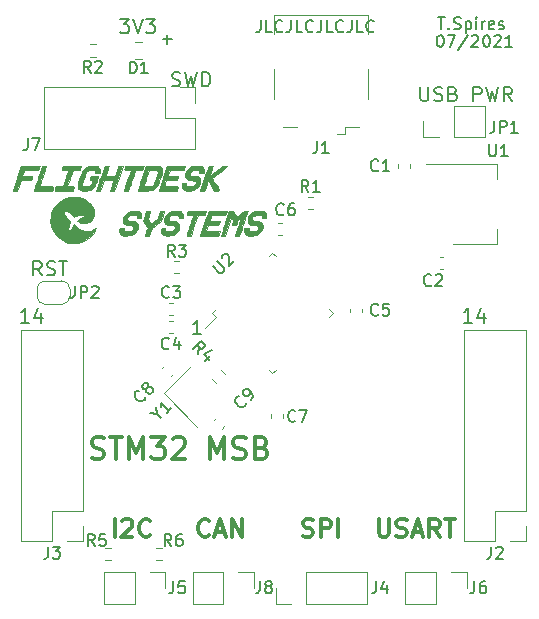
<source format=gbr>
%TF.GenerationSoftware,KiCad,Pcbnew,(5.1.10)-1*%
%TF.CreationDate,2021-07-29T02:28:10+01:00*%
%TF.ProjectId,STM32_MSB,53544d33-325f-44d5-9342-2e6b69636164,rev?*%
%TF.SameCoordinates,Original*%
%TF.FileFunction,Legend,Top*%
%TF.FilePolarity,Positive*%
%FSLAX46Y46*%
G04 Gerber Fmt 4.6, Leading zero omitted, Abs format (unit mm)*
G04 Created by KiCad (PCBNEW (5.1.10)-1) date 2021-07-29 02:28:10*
%MOMM*%
%LPD*%
G01*
G04 APERTURE LIST*
%ADD10C,0.150000*%
%ADD11C,0.200000*%
%ADD12C,0.300000*%
%ADD13C,0.010000*%
%ADD14C,0.120000*%
G04 APERTURE END LIST*
D10*
X42880952Y-15952380D02*
X42880952Y-16666666D01*
X42833333Y-16809523D01*
X42738095Y-16904761D01*
X42595238Y-16952380D01*
X42500000Y-16952380D01*
X43833333Y-16952380D02*
X43357142Y-16952380D01*
X43357142Y-15952380D01*
X44738095Y-16857142D02*
X44690476Y-16904761D01*
X44547619Y-16952380D01*
X44452380Y-16952380D01*
X44309523Y-16904761D01*
X44214285Y-16809523D01*
X44166666Y-16714285D01*
X44119047Y-16523809D01*
X44119047Y-16380952D01*
X44166666Y-16190476D01*
X44214285Y-16095238D01*
X44309523Y-16000000D01*
X44452380Y-15952380D01*
X44547619Y-15952380D01*
X44690476Y-16000000D01*
X44738095Y-16047619D01*
X45452380Y-15952380D02*
X45452380Y-16666666D01*
X45404761Y-16809523D01*
X45309523Y-16904761D01*
X45166666Y-16952380D01*
X45071428Y-16952380D01*
X46404761Y-16952380D02*
X45928571Y-16952380D01*
X45928571Y-15952380D01*
X47309523Y-16857142D02*
X47261904Y-16904761D01*
X47119047Y-16952380D01*
X47023809Y-16952380D01*
X46880952Y-16904761D01*
X46785714Y-16809523D01*
X46738095Y-16714285D01*
X46690476Y-16523809D01*
X46690476Y-16380952D01*
X46738095Y-16190476D01*
X46785714Y-16095238D01*
X46880952Y-16000000D01*
X47023809Y-15952380D01*
X47119047Y-15952380D01*
X47261904Y-16000000D01*
X47309523Y-16047619D01*
X48023809Y-15952380D02*
X48023809Y-16666666D01*
X47976190Y-16809523D01*
X47880952Y-16904761D01*
X47738095Y-16952380D01*
X47642857Y-16952380D01*
X48976190Y-16952380D02*
X48500000Y-16952380D01*
X48500000Y-15952380D01*
X49880952Y-16857142D02*
X49833333Y-16904761D01*
X49690476Y-16952380D01*
X49595238Y-16952380D01*
X49452380Y-16904761D01*
X49357142Y-16809523D01*
X49309523Y-16714285D01*
X49261904Y-16523809D01*
X49261904Y-16380952D01*
X49309523Y-16190476D01*
X49357142Y-16095238D01*
X49452380Y-16000000D01*
X49595238Y-15952380D01*
X49690476Y-15952380D01*
X49833333Y-16000000D01*
X49880952Y-16047619D01*
X50595238Y-15952380D02*
X50595238Y-16666666D01*
X50547619Y-16809523D01*
X50452380Y-16904761D01*
X50309523Y-16952380D01*
X50214285Y-16952380D01*
X51547619Y-16952380D02*
X51071428Y-16952380D01*
X51071428Y-15952380D01*
X52452380Y-16857142D02*
X52404761Y-16904761D01*
X52261904Y-16952380D01*
X52166666Y-16952380D01*
X52023809Y-16904761D01*
X51928571Y-16809523D01*
X51880952Y-16714285D01*
X51833333Y-16523809D01*
X51833333Y-16380952D01*
X51880952Y-16190476D01*
X51928571Y-16095238D01*
X52023809Y-16000000D01*
X52166666Y-15952380D01*
X52261904Y-15952380D01*
X52404761Y-16000000D01*
X52452380Y-16047619D01*
X34619047Y-17571428D02*
X35380952Y-17571428D01*
X35000000Y-17952380D02*
X35000000Y-17190476D01*
D11*
X37842857Y-42542857D02*
X37157142Y-42542857D01*
X37500000Y-42542857D02*
X37500000Y-41342857D01*
X37385714Y-41514285D01*
X37271428Y-41628571D01*
X37157142Y-41685714D01*
D10*
X58047619Y-17202380D02*
X58142857Y-17202380D01*
X58238095Y-17250000D01*
X58285714Y-17297619D01*
X58333333Y-17392857D01*
X58380952Y-17583333D01*
X58380952Y-17821428D01*
X58333333Y-18011904D01*
X58285714Y-18107142D01*
X58238095Y-18154761D01*
X58142857Y-18202380D01*
X58047619Y-18202380D01*
X57952380Y-18154761D01*
X57904761Y-18107142D01*
X57857142Y-18011904D01*
X57809523Y-17821428D01*
X57809523Y-17583333D01*
X57857142Y-17392857D01*
X57904761Y-17297619D01*
X57952380Y-17250000D01*
X58047619Y-17202380D01*
X58714285Y-17202380D02*
X59380952Y-17202380D01*
X58952380Y-18202380D01*
X60476190Y-17154761D02*
X59619047Y-18440476D01*
X60761904Y-17297619D02*
X60809523Y-17250000D01*
X60904761Y-17202380D01*
X61142857Y-17202380D01*
X61238095Y-17250000D01*
X61285714Y-17297619D01*
X61333333Y-17392857D01*
X61333333Y-17488095D01*
X61285714Y-17630952D01*
X60714285Y-18202380D01*
X61333333Y-18202380D01*
X61952380Y-17202380D02*
X62047619Y-17202380D01*
X62142857Y-17250000D01*
X62190476Y-17297619D01*
X62238095Y-17392857D01*
X62285714Y-17583333D01*
X62285714Y-17821428D01*
X62238095Y-18011904D01*
X62190476Y-18107142D01*
X62142857Y-18154761D01*
X62047619Y-18202380D01*
X61952380Y-18202380D01*
X61857142Y-18154761D01*
X61809523Y-18107142D01*
X61761904Y-18011904D01*
X61714285Y-17821428D01*
X61714285Y-17583333D01*
X61761904Y-17392857D01*
X61809523Y-17297619D01*
X61857142Y-17250000D01*
X61952380Y-17202380D01*
X62666666Y-17297619D02*
X62714285Y-17250000D01*
X62809523Y-17202380D01*
X63047619Y-17202380D01*
X63142857Y-17250000D01*
X63190476Y-17297619D01*
X63238095Y-17392857D01*
X63238095Y-17488095D01*
X63190476Y-17630952D01*
X62619047Y-18202380D01*
X63238095Y-18202380D01*
X64190476Y-18202380D02*
X63619047Y-18202380D01*
X63904761Y-18202380D02*
X63904761Y-17202380D01*
X63809523Y-17345238D01*
X63714285Y-17440476D01*
X63619047Y-17488095D01*
X57916666Y-15702380D02*
X58488095Y-15702380D01*
X58202380Y-16702380D02*
X58202380Y-15702380D01*
X58821428Y-16607142D02*
X58869047Y-16654761D01*
X58821428Y-16702380D01*
X58773809Y-16654761D01*
X58821428Y-16607142D01*
X58821428Y-16702380D01*
X59250000Y-16654761D02*
X59392857Y-16702380D01*
X59630952Y-16702380D01*
X59726190Y-16654761D01*
X59773809Y-16607142D01*
X59821428Y-16511904D01*
X59821428Y-16416666D01*
X59773809Y-16321428D01*
X59726190Y-16273809D01*
X59630952Y-16226190D01*
X59440476Y-16178571D01*
X59345238Y-16130952D01*
X59297619Y-16083333D01*
X59250000Y-15988095D01*
X59250000Y-15892857D01*
X59297619Y-15797619D01*
X59345238Y-15750000D01*
X59440476Y-15702380D01*
X59678571Y-15702380D01*
X59821428Y-15750000D01*
X60250000Y-16035714D02*
X60250000Y-17035714D01*
X60250000Y-16083333D02*
X60345238Y-16035714D01*
X60535714Y-16035714D01*
X60630952Y-16083333D01*
X60678571Y-16130952D01*
X60726190Y-16226190D01*
X60726190Y-16511904D01*
X60678571Y-16607142D01*
X60630952Y-16654761D01*
X60535714Y-16702380D01*
X60345238Y-16702380D01*
X60250000Y-16654761D01*
X61154761Y-16702380D02*
X61154761Y-16035714D01*
X61154761Y-15702380D02*
X61107142Y-15750000D01*
X61154761Y-15797619D01*
X61202380Y-15750000D01*
X61154761Y-15702380D01*
X61154761Y-15797619D01*
X61630952Y-16702380D02*
X61630952Y-16035714D01*
X61630952Y-16226190D02*
X61678571Y-16130952D01*
X61726190Y-16083333D01*
X61821428Y-16035714D01*
X61916666Y-16035714D01*
X62630952Y-16654761D02*
X62535714Y-16702380D01*
X62345238Y-16702380D01*
X62250000Y-16654761D01*
X62202380Y-16559523D01*
X62202380Y-16178571D01*
X62250000Y-16083333D01*
X62345238Y-16035714D01*
X62535714Y-16035714D01*
X62630952Y-16083333D01*
X62678571Y-16178571D01*
X62678571Y-16273809D01*
X62202380Y-16369047D01*
X63059523Y-16654761D02*
X63154761Y-16702380D01*
X63345238Y-16702380D01*
X63440476Y-16654761D01*
X63488095Y-16559523D01*
X63488095Y-16511904D01*
X63440476Y-16416666D01*
X63345238Y-16369047D01*
X63202380Y-16369047D01*
X63107142Y-16321428D01*
X63059523Y-16226190D01*
X63059523Y-16178571D01*
X63107142Y-16083333D01*
X63202380Y-16035714D01*
X63345238Y-16035714D01*
X63440476Y-16083333D01*
D11*
X35371428Y-21485714D02*
X35542857Y-21542857D01*
X35828571Y-21542857D01*
X35942857Y-21485714D01*
X36000000Y-21428571D01*
X36057142Y-21314285D01*
X36057142Y-21200000D01*
X36000000Y-21085714D01*
X35942857Y-21028571D01*
X35828571Y-20971428D01*
X35600000Y-20914285D01*
X35485714Y-20857142D01*
X35428571Y-20800000D01*
X35371428Y-20685714D01*
X35371428Y-20571428D01*
X35428571Y-20457142D01*
X35485714Y-20400000D01*
X35600000Y-20342857D01*
X35885714Y-20342857D01*
X36057142Y-20400000D01*
X36457142Y-20342857D02*
X36742857Y-21542857D01*
X36971428Y-20685714D01*
X37200000Y-21542857D01*
X37485714Y-20342857D01*
X37942857Y-21542857D02*
X37942857Y-20342857D01*
X38228571Y-20342857D01*
X38400000Y-20400000D01*
X38514285Y-20514285D01*
X38571428Y-20628571D01*
X38628571Y-20857142D01*
X38628571Y-21028571D01*
X38571428Y-21257142D01*
X38514285Y-21371428D01*
X38400000Y-21485714D01*
X38228571Y-21542857D01*
X37942857Y-21542857D01*
X56392857Y-21592857D02*
X56392857Y-22564285D01*
X56450000Y-22678571D01*
X56507142Y-22735714D01*
X56621428Y-22792857D01*
X56850000Y-22792857D01*
X56964285Y-22735714D01*
X57021428Y-22678571D01*
X57078571Y-22564285D01*
X57078571Y-21592857D01*
X57592857Y-22735714D02*
X57764285Y-22792857D01*
X58050000Y-22792857D01*
X58164285Y-22735714D01*
X58221428Y-22678571D01*
X58278571Y-22564285D01*
X58278571Y-22450000D01*
X58221428Y-22335714D01*
X58164285Y-22278571D01*
X58050000Y-22221428D01*
X57821428Y-22164285D01*
X57707142Y-22107142D01*
X57650000Y-22050000D01*
X57592857Y-21935714D01*
X57592857Y-21821428D01*
X57650000Y-21707142D01*
X57707142Y-21650000D01*
X57821428Y-21592857D01*
X58107142Y-21592857D01*
X58278571Y-21650000D01*
X59192857Y-22164285D02*
X59364285Y-22221428D01*
X59421428Y-22278571D01*
X59478571Y-22392857D01*
X59478571Y-22564285D01*
X59421428Y-22678571D01*
X59364285Y-22735714D01*
X59250000Y-22792857D01*
X58792857Y-22792857D01*
X58792857Y-21592857D01*
X59192857Y-21592857D01*
X59307142Y-21650000D01*
X59364285Y-21707142D01*
X59421428Y-21821428D01*
X59421428Y-21935714D01*
X59364285Y-22050000D01*
X59307142Y-22107142D01*
X59192857Y-22164285D01*
X58792857Y-22164285D01*
X60907142Y-22792857D02*
X60907142Y-21592857D01*
X61364285Y-21592857D01*
X61478571Y-21650000D01*
X61535714Y-21707142D01*
X61592857Y-21821428D01*
X61592857Y-21992857D01*
X61535714Y-22107142D01*
X61478571Y-22164285D01*
X61364285Y-22221428D01*
X60907142Y-22221428D01*
X61992857Y-21592857D02*
X62278571Y-22792857D01*
X62507142Y-21935714D01*
X62735714Y-22792857D01*
X63021428Y-21592857D01*
X64164285Y-22792857D02*
X63764285Y-22221428D01*
X63478571Y-22792857D02*
X63478571Y-21592857D01*
X63935714Y-21592857D01*
X64050000Y-21650000D01*
X64107142Y-21707142D01*
X64164285Y-21821428D01*
X64164285Y-21992857D01*
X64107142Y-22107142D01*
X64050000Y-22164285D01*
X63935714Y-22221428D01*
X63478571Y-22221428D01*
X31014285Y-15842857D02*
X31757142Y-15842857D01*
X31357142Y-16300000D01*
X31528571Y-16300000D01*
X31642857Y-16357142D01*
X31700000Y-16414285D01*
X31757142Y-16528571D01*
X31757142Y-16814285D01*
X31700000Y-16928571D01*
X31642857Y-16985714D01*
X31528571Y-17042857D01*
X31185714Y-17042857D01*
X31071428Y-16985714D01*
X31014285Y-16928571D01*
X32100000Y-15842857D02*
X32500000Y-17042857D01*
X32900000Y-15842857D01*
X33185714Y-15842857D02*
X33928571Y-15842857D01*
X33528571Y-16300000D01*
X33700000Y-16300000D01*
X33814285Y-16357142D01*
X33871428Y-16414285D01*
X33928571Y-16528571D01*
X33928571Y-16814285D01*
X33871428Y-16928571D01*
X33814285Y-16985714D01*
X33700000Y-17042857D01*
X33357142Y-17042857D01*
X33242857Y-16985714D01*
X33185714Y-16928571D01*
X60771428Y-41542857D02*
X60085714Y-41542857D01*
X60428571Y-41542857D02*
X60428571Y-40342857D01*
X60314285Y-40514285D01*
X60200000Y-40628571D01*
X60085714Y-40685714D01*
X61800000Y-40742857D02*
X61800000Y-41542857D01*
X61514285Y-40285714D02*
X61228571Y-41142857D01*
X61971428Y-41142857D01*
X24342857Y-37542857D02*
X23942857Y-36971428D01*
X23657142Y-37542857D02*
X23657142Y-36342857D01*
X24114285Y-36342857D01*
X24228571Y-36400000D01*
X24285714Y-36457142D01*
X24342857Y-36571428D01*
X24342857Y-36742857D01*
X24285714Y-36857142D01*
X24228571Y-36914285D01*
X24114285Y-36971428D01*
X23657142Y-36971428D01*
X24800000Y-37485714D02*
X24971428Y-37542857D01*
X25257142Y-37542857D01*
X25371428Y-37485714D01*
X25428571Y-37428571D01*
X25485714Y-37314285D01*
X25485714Y-37200000D01*
X25428571Y-37085714D01*
X25371428Y-37028571D01*
X25257142Y-36971428D01*
X25028571Y-36914285D01*
X24914285Y-36857142D01*
X24857142Y-36800000D01*
X24800000Y-36685714D01*
X24800000Y-36571428D01*
X24857142Y-36457142D01*
X24914285Y-36400000D01*
X25028571Y-36342857D01*
X25314285Y-36342857D01*
X25485714Y-36400000D01*
X25828571Y-36342857D02*
X26514285Y-36342857D01*
X26171428Y-37542857D02*
X26171428Y-36342857D01*
X23271428Y-41542857D02*
X22585714Y-41542857D01*
X22928571Y-41542857D02*
X22928571Y-40342857D01*
X22814285Y-40514285D01*
X22700000Y-40628571D01*
X22585714Y-40685714D01*
X24300000Y-40742857D02*
X24300000Y-41542857D01*
X24014285Y-40285714D02*
X23728571Y-41142857D01*
X24471428Y-41142857D01*
D12*
X52892857Y-58178571D02*
X52892857Y-59392857D01*
X52964285Y-59535714D01*
X53035714Y-59607142D01*
X53178571Y-59678571D01*
X53464285Y-59678571D01*
X53607142Y-59607142D01*
X53678571Y-59535714D01*
X53750000Y-59392857D01*
X53750000Y-58178571D01*
X54392857Y-59607142D02*
X54607142Y-59678571D01*
X54964285Y-59678571D01*
X55107142Y-59607142D01*
X55178571Y-59535714D01*
X55250000Y-59392857D01*
X55250000Y-59250000D01*
X55178571Y-59107142D01*
X55107142Y-59035714D01*
X54964285Y-58964285D01*
X54678571Y-58892857D01*
X54535714Y-58821428D01*
X54464285Y-58750000D01*
X54392857Y-58607142D01*
X54392857Y-58464285D01*
X54464285Y-58321428D01*
X54535714Y-58250000D01*
X54678571Y-58178571D01*
X55035714Y-58178571D01*
X55250000Y-58250000D01*
X55821428Y-59250000D02*
X56535714Y-59250000D01*
X55678571Y-59678571D02*
X56178571Y-58178571D01*
X56678571Y-59678571D01*
X58035714Y-59678571D02*
X57535714Y-58964285D01*
X57178571Y-59678571D02*
X57178571Y-58178571D01*
X57750000Y-58178571D01*
X57892857Y-58250000D01*
X57964285Y-58321428D01*
X58035714Y-58464285D01*
X58035714Y-58678571D01*
X57964285Y-58821428D01*
X57892857Y-58892857D01*
X57750000Y-58964285D01*
X57178571Y-58964285D01*
X58464285Y-58178571D02*
X59321428Y-58178571D01*
X58892857Y-59678571D02*
X58892857Y-58178571D01*
X46464285Y-59607142D02*
X46678571Y-59678571D01*
X47035714Y-59678571D01*
X47178571Y-59607142D01*
X47250000Y-59535714D01*
X47321428Y-59392857D01*
X47321428Y-59250000D01*
X47250000Y-59107142D01*
X47178571Y-59035714D01*
X47035714Y-58964285D01*
X46750000Y-58892857D01*
X46607142Y-58821428D01*
X46535714Y-58750000D01*
X46464285Y-58607142D01*
X46464285Y-58464285D01*
X46535714Y-58321428D01*
X46607142Y-58250000D01*
X46750000Y-58178571D01*
X47107142Y-58178571D01*
X47321428Y-58250000D01*
X47964285Y-59678571D02*
X47964285Y-58178571D01*
X48535714Y-58178571D01*
X48678571Y-58250000D01*
X48750000Y-58321428D01*
X48821428Y-58464285D01*
X48821428Y-58678571D01*
X48750000Y-58821428D01*
X48678571Y-58892857D01*
X48535714Y-58964285D01*
X47964285Y-58964285D01*
X49464285Y-59678571D02*
X49464285Y-58178571D01*
X30535714Y-59678571D02*
X30535714Y-58178571D01*
X31178571Y-58321428D02*
X31250000Y-58250000D01*
X31392857Y-58178571D01*
X31750000Y-58178571D01*
X31892857Y-58250000D01*
X31964285Y-58321428D01*
X32035714Y-58464285D01*
X32035714Y-58607142D01*
X31964285Y-58821428D01*
X31107142Y-59678571D01*
X32035714Y-59678571D01*
X33535714Y-59535714D02*
X33464285Y-59607142D01*
X33250000Y-59678571D01*
X33107142Y-59678571D01*
X32892857Y-59607142D01*
X32750000Y-59464285D01*
X32678571Y-59321428D01*
X32607142Y-59035714D01*
X32607142Y-58821428D01*
X32678571Y-58535714D01*
X32750000Y-58392857D01*
X32892857Y-58250000D01*
X33107142Y-58178571D01*
X33250000Y-58178571D01*
X33464285Y-58250000D01*
X33535714Y-58321428D01*
X38535714Y-59535714D02*
X38464285Y-59607142D01*
X38250000Y-59678571D01*
X38107142Y-59678571D01*
X37892857Y-59607142D01*
X37750000Y-59464285D01*
X37678571Y-59321428D01*
X37607142Y-59035714D01*
X37607142Y-58821428D01*
X37678571Y-58535714D01*
X37750000Y-58392857D01*
X37892857Y-58250000D01*
X38107142Y-58178571D01*
X38250000Y-58178571D01*
X38464285Y-58250000D01*
X38535714Y-58321428D01*
X39107142Y-59250000D02*
X39821428Y-59250000D01*
X38964285Y-59678571D02*
X39464285Y-58178571D01*
X39964285Y-59678571D01*
X40464285Y-59678571D02*
X40464285Y-58178571D01*
X41321428Y-59678571D01*
X41321428Y-58178571D01*
X28585714Y-52978571D02*
X28842857Y-53064285D01*
X29271428Y-53064285D01*
X29442857Y-52978571D01*
X29528571Y-52892857D01*
X29614285Y-52721428D01*
X29614285Y-52550000D01*
X29528571Y-52378571D01*
X29442857Y-52292857D01*
X29271428Y-52207142D01*
X28928571Y-52121428D01*
X28757142Y-52035714D01*
X28671428Y-51950000D01*
X28585714Y-51778571D01*
X28585714Y-51607142D01*
X28671428Y-51435714D01*
X28757142Y-51350000D01*
X28928571Y-51264285D01*
X29357142Y-51264285D01*
X29614285Y-51350000D01*
X30128571Y-51264285D02*
X31157142Y-51264285D01*
X30642857Y-53064285D02*
X30642857Y-51264285D01*
X31757142Y-53064285D02*
X31757142Y-51264285D01*
X32357142Y-52550000D01*
X32957142Y-51264285D01*
X32957142Y-53064285D01*
X33642857Y-51264285D02*
X34757142Y-51264285D01*
X34157142Y-51950000D01*
X34414285Y-51950000D01*
X34585714Y-52035714D01*
X34671428Y-52121428D01*
X34757142Y-52292857D01*
X34757142Y-52721428D01*
X34671428Y-52892857D01*
X34585714Y-52978571D01*
X34414285Y-53064285D01*
X33900000Y-53064285D01*
X33728571Y-52978571D01*
X33642857Y-52892857D01*
X35442857Y-51435714D02*
X35528571Y-51350000D01*
X35700000Y-51264285D01*
X36128571Y-51264285D01*
X36300000Y-51350000D01*
X36385714Y-51435714D01*
X36471428Y-51607142D01*
X36471428Y-51778571D01*
X36385714Y-52035714D01*
X35357142Y-53064285D01*
X36471428Y-53064285D01*
X38614285Y-53064285D02*
X38614285Y-51264285D01*
X39214285Y-52550000D01*
X39814285Y-51264285D01*
X39814285Y-53064285D01*
X40585714Y-52978571D02*
X40842857Y-53064285D01*
X41271428Y-53064285D01*
X41442857Y-52978571D01*
X41528571Y-52892857D01*
X41614285Y-52721428D01*
X41614285Y-52550000D01*
X41528571Y-52378571D01*
X41442857Y-52292857D01*
X41271428Y-52207142D01*
X40928571Y-52121428D01*
X40757142Y-52035714D01*
X40671428Y-51950000D01*
X40585714Y-51778571D01*
X40585714Y-51607142D01*
X40671428Y-51435714D01*
X40757142Y-51350000D01*
X40928571Y-51264285D01*
X41357142Y-51264285D01*
X41614285Y-51350000D01*
X42985714Y-52121428D02*
X43242857Y-52207142D01*
X43328571Y-52292857D01*
X43414285Y-52464285D01*
X43414285Y-52721428D01*
X43328571Y-52892857D01*
X43242857Y-52978571D01*
X43071428Y-53064285D01*
X42385714Y-53064285D01*
X42385714Y-51264285D01*
X42985714Y-51264285D01*
X43157142Y-51350000D01*
X43242857Y-51435714D01*
X43328571Y-51607142D01*
X43328571Y-51778571D01*
X43242857Y-51950000D01*
X43157142Y-52035714D01*
X42985714Y-52121428D01*
X42385714Y-52121428D01*
D13*
%TO.C,G\u002A\u002A\u002A*%
G36*
X39996136Y-28340783D02*
G01*
X39962629Y-28385418D01*
X39888949Y-28455147D01*
X39773421Y-28551349D01*
X39614375Y-28675405D01*
X39410136Y-28828694D01*
X39359715Y-28865931D01*
X39200006Y-28984470D01*
X39056886Y-29092390D01*
X38936195Y-29185146D01*
X38843778Y-29258195D01*
X38785475Y-29306992D01*
X38767049Y-29326869D01*
X38784774Y-29354993D01*
X38828967Y-29422202D01*
X38894512Y-29520800D01*
X38976294Y-29643091D01*
X39066521Y-29777404D01*
X39170783Y-29933628D01*
X39246448Y-30051101D01*
X39297433Y-30137212D01*
X39327653Y-30199350D01*
X39341024Y-30244906D01*
X39341461Y-30281269D01*
X39339446Y-30292460D01*
X39326704Y-30337437D01*
X39304003Y-30362165D01*
X39256995Y-30372695D01*
X39171331Y-30375078D01*
X39143488Y-30375111D01*
X38965683Y-30375111D01*
X38703598Y-29935502D01*
X38441514Y-29495894D01*
X38389772Y-29632113D01*
X38358998Y-29716525D01*
X38316920Y-29836460D01*
X38269835Y-29973813D01*
X38236904Y-30071722D01*
X38135777Y-30375111D01*
X37775461Y-30375111D01*
X38134342Y-29316891D01*
X38493222Y-28258672D01*
X38669611Y-28258558D01*
X38761013Y-28259681D01*
X38824761Y-28262723D01*
X38846000Y-28266557D01*
X38837510Y-28294682D01*
X38814086Y-28366977D01*
X38778791Y-28474113D01*
X38734691Y-28606764D01*
X38706898Y-28689891D01*
X38659992Y-28831997D01*
X38621336Y-28953161D01*
X38593715Y-29044316D01*
X38579916Y-29096389D01*
X38579348Y-29105111D01*
X38603871Y-29088510D01*
X38666667Y-29041854D01*
X38761546Y-28969859D01*
X38882319Y-28877244D01*
X39022796Y-28768725D01*
X39134727Y-28681788D01*
X39678555Y-28258465D01*
X39855025Y-28258455D01*
X40031495Y-28258444D01*
X39996136Y-28340783D01*
G37*
X39996136Y-28340783D02*
X39962629Y-28385418D01*
X39888949Y-28455147D01*
X39773421Y-28551349D01*
X39614375Y-28675405D01*
X39410136Y-28828694D01*
X39359715Y-28865931D01*
X39200006Y-28984470D01*
X39056886Y-29092390D01*
X38936195Y-29185146D01*
X38843778Y-29258195D01*
X38785475Y-29306992D01*
X38767049Y-29326869D01*
X38784774Y-29354993D01*
X38828967Y-29422202D01*
X38894512Y-29520800D01*
X38976294Y-29643091D01*
X39066521Y-29777404D01*
X39170783Y-29933628D01*
X39246448Y-30051101D01*
X39297433Y-30137212D01*
X39327653Y-30199350D01*
X39341024Y-30244906D01*
X39341461Y-30281269D01*
X39339446Y-30292460D01*
X39326704Y-30337437D01*
X39304003Y-30362165D01*
X39256995Y-30372695D01*
X39171331Y-30375078D01*
X39143488Y-30375111D01*
X38965683Y-30375111D01*
X38703598Y-29935502D01*
X38441514Y-29495894D01*
X38389772Y-29632113D01*
X38358998Y-29716525D01*
X38316920Y-29836460D01*
X38269835Y-29973813D01*
X38236904Y-30071722D01*
X38135777Y-30375111D01*
X37775461Y-30375111D01*
X38134342Y-29316891D01*
X38493222Y-28258672D01*
X38669611Y-28258558D01*
X38761013Y-28259681D01*
X38824761Y-28262723D01*
X38846000Y-28266557D01*
X38837510Y-28294682D01*
X38814086Y-28366977D01*
X38778791Y-28474113D01*
X38734691Y-28606764D01*
X38706898Y-28689891D01*
X38659992Y-28831997D01*
X38621336Y-28953161D01*
X38593715Y-29044316D01*
X38579916Y-29096389D01*
X38579348Y-29105111D01*
X38603871Y-29088510D01*
X38666667Y-29041854D01*
X38761546Y-28969859D01*
X38882319Y-28877244D01*
X39022796Y-28768725D01*
X39134727Y-28681788D01*
X39678555Y-28258465D01*
X39855025Y-28258455D01*
X40031495Y-28258444D01*
X39996136Y-28340783D01*
G36*
X37682860Y-28264140D02*
G01*
X37810061Y-28283879D01*
X37904434Y-28321637D01*
X37977337Y-28381393D01*
X38020500Y-28436708D01*
X38067666Y-28547605D01*
X38085125Y-28685400D01*
X38070343Y-28827518D01*
X38066211Y-28844055D01*
X38051366Y-28878817D01*
X38021072Y-28897950D01*
X37961238Y-28906008D01*
X37869747Y-28907555D01*
X37690299Y-28907555D01*
X37706033Y-28828889D01*
X37699823Y-28738391D01*
X37665459Y-28680723D01*
X37632917Y-28646376D01*
X37594323Y-28625692D01*
X37535409Y-28615290D01*
X37441903Y-28611791D01*
X37373504Y-28611580D01*
X37249344Y-28614109D01*
X37164800Y-28623476D01*
X37103154Y-28643037D01*
X37047685Y-28676150D01*
X37046058Y-28677305D01*
X36948020Y-28768707D01*
X36890346Y-28869104D01*
X36876131Y-28968119D01*
X36908468Y-29055373D01*
X36926888Y-29076888D01*
X36963772Y-29105220D01*
X37014016Y-29122328D01*
X37091447Y-29130823D01*
X37209890Y-29133313D01*
X37226012Y-29133333D01*
X37406920Y-29142472D01*
X37542810Y-29172024D01*
X37642420Y-29225192D01*
X37714489Y-29305179D01*
X37720360Y-29314519D01*
X37777523Y-29440569D01*
X37791718Y-29570519D01*
X37764365Y-29721133D01*
X37756892Y-29746142D01*
X37684699Y-29899391D01*
X37570714Y-30049211D01*
X37428599Y-30181643D01*
X37272016Y-30282731D01*
X37200996Y-30314080D01*
X37066072Y-30350497D01*
X36907555Y-30371885D01*
X36742799Y-30377988D01*
X36589155Y-30368547D01*
X36463979Y-30343306D01*
X36419451Y-30325678D01*
X36298995Y-30237068D01*
X36224344Y-30116512D01*
X36196439Y-29966320D01*
X36210750Y-29814194D01*
X36222646Y-29766375D01*
X36243551Y-29739996D01*
X36287689Y-29728680D01*
X36369285Y-29726049D01*
X36407446Y-29726000D01*
X36586503Y-29726000D01*
X36582640Y-29828758D01*
X36589113Y-29906926D01*
X36620897Y-29959419D01*
X36686109Y-29990748D01*
X36792862Y-30005427D01*
X36905462Y-30008222D01*
X37069576Y-29999704D01*
X37190560Y-29971194D01*
X37279545Y-29918255D01*
X37347659Y-29836450D01*
X37351364Y-29830463D01*
X37404174Y-29714066D01*
X37406307Y-29622172D01*
X37358247Y-29555440D01*
X37260479Y-29514524D01*
X37113485Y-29500082D01*
X37108111Y-29500064D01*
X36988341Y-29495359D01*
X36873372Y-29483281D01*
X36799888Y-29469213D01*
X36661433Y-29407714D01*
X36564041Y-29314108D01*
X36507747Y-29195052D01*
X36492588Y-29057206D01*
X36518602Y-28907228D01*
X36585825Y-28751778D01*
X36694293Y-28597514D01*
X36794519Y-28494039D01*
X36922217Y-28392499D01*
X37054132Y-28322905D01*
X37204267Y-28280656D01*
X37386626Y-28261150D01*
X37511475Y-28258444D01*
X37682860Y-28264140D01*
G37*
X37682860Y-28264140D02*
X37810061Y-28283879D01*
X37904434Y-28321637D01*
X37977337Y-28381393D01*
X38020500Y-28436708D01*
X38067666Y-28547605D01*
X38085125Y-28685400D01*
X38070343Y-28827518D01*
X38066211Y-28844055D01*
X38051366Y-28878817D01*
X38021072Y-28897950D01*
X37961238Y-28906008D01*
X37869747Y-28907555D01*
X37690299Y-28907555D01*
X37706033Y-28828889D01*
X37699823Y-28738391D01*
X37665459Y-28680723D01*
X37632917Y-28646376D01*
X37594323Y-28625692D01*
X37535409Y-28615290D01*
X37441903Y-28611791D01*
X37373504Y-28611580D01*
X37249344Y-28614109D01*
X37164800Y-28623476D01*
X37103154Y-28643037D01*
X37047685Y-28676150D01*
X37046058Y-28677305D01*
X36948020Y-28768707D01*
X36890346Y-28869104D01*
X36876131Y-28968119D01*
X36908468Y-29055373D01*
X36926888Y-29076888D01*
X36963772Y-29105220D01*
X37014016Y-29122328D01*
X37091447Y-29130823D01*
X37209890Y-29133313D01*
X37226012Y-29133333D01*
X37406920Y-29142472D01*
X37542810Y-29172024D01*
X37642420Y-29225192D01*
X37714489Y-29305179D01*
X37720360Y-29314519D01*
X37777523Y-29440569D01*
X37791718Y-29570519D01*
X37764365Y-29721133D01*
X37756892Y-29746142D01*
X37684699Y-29899391D01*
X37570714Y-30049211D01*
X37428599Y-30181643D01*
X37272016Y-30282731D01*
X37200996Y-30314080D01*
X37066072Y-30350497D01*
X36907555Y-30371885D01*
X36742799Y-30377988D01*
X36589155Y-30368547D01*
X36463979Y-30343306D01*
X36419451Y-30325678D01*
X36298995Y-30237068D01*
X36224344Y-30116512D01*
X36196439Y-29966320D01*
X36210750Y-29814194D01*
X36222646Y-29766375D01*
X36243551Y-29739996D01*
X36287689Y-29728680D01*
X36369285Y-29726049D01*
X36407446Y-29726000D01*
X36586503Y-29726000D01*
X36582640Y-29828758D01*
X36589113Y-29906926D01*
X36620897Y-29959419D01*
X36686109Y-29990748D01*
X36792862Y-30005427D01*
X36905462Y-30008222D01*
X37069576Y-29999704D01*
X37190560Y-29971194D01*
X37279545Y-29918255D01*
X37347659Y-29836450D01*
X37351364Y-29830463D01*
X37404174Y-29714066D01*
X37406307Y-29622172D01*
X37358247Y-29555440D01*
X37260479Y-29514524D01*
X37113485Y-29500082D01*
X37108111Y-29500064D01*
X36988341Y-29495359D01*
X36873372Y-29483281D01*
X36799888Y-29469213D01*
X36661433Y-29407714D01*
X36564041Y-29314108D01*
X36507747Y-29195052D01*
X36492588Y-29057206D01*
X36518602Y-28907228D01*
X36585825Y-28751778D01*
X36694293Y-28597514D01*
X36794519Y-28494039D01*
X36922217Y-28392499D01*
X37054132Y-28322905D01*
X37204267Y-28280656D01*
X37386626Y-28261150D01*
X37511475Y-28258444D01*
X37682860Y-28264140D01*
G36*
X36487314Y-28321944D02*
G01*
X36464164Y-28392778D01*
X36435172Y-28478546D01*
X36433218Y-28484222D01*
X36399167Y-28583000D01*
X35809306Y-28597111D01*
X35219444Y-28611222D01*
X35128815Y-28851111D01*
X35088642Y-28959341D01*
X35057339Y-29047269D01*
X35039510Y-29101791D01*
X35037093Y-29112166D01*
X35063332Y-29119395D01*
X35136481Y-29125562D01*
X35247007Y-29130208D01*
X35385379Y-29132874D01*
X35476463Y-29133333D01*
X35650023Y-29134346D01*
X35773379Y-29137726D01*
X35852742Y-29143987D01*
X35894325Y-29153640D01*
X35904336Y-29167199D01*
X35903907Y-29168611D01*
X35888215Y-29213922D01*
X35861911Y-29292360D01*
X35842175Y-29352055D01*
X35793463Y-29500222D01*
X34906523Y-29500222D01*
X34830150Y-29734736D01*
X34795804Y-29842296D01*
X34769466Y-29928763D01*
X34755197Y-29980638D01*
X34753777Y-29988736D01*
X34780612Y-29994575D01*
X34855566Y-29999715D01*
X34970316Y-30003877D01*
X35116541Y-30006782D01*
X35285916Y-30008151D01*
X35335352Y-30008222D01*
X35538433Y-30008950D01*
X35690693Y-30011368D01*
X35797740Y-30015823D01*
X35865182Y-30022663D01*
X35898627Y-30032235D01*
X35904286Y-30043500D01*
X35888264Y-30088545D01*
X35860625Y-30166529D01*
X35839247Y-30226944D01*
X35786849Y-30375111D01*
X34250326Y-30375111D01*
X34607885Y-29317145D01*
X34965444Y-28259180D01*
X35736401Y-28258812D01*
X36507359Y-28258444D01*
X36487314Y-28321944D01*
G37*
X36487314Y-28321944D02*
X36464164Y-28392778D01*
X36435172Y-28478546D01*
X36433218Y-28484222D01*
X36399167Y-28583000D01*
X35809306Y-28597111D01*
X35219444Y-28611222D01*
X35128815Y-28851111D01*
X35088642Y-28959341D01*
X35057339Y-29047269D01*
X35039510Y-29101791D01*
X35037093Y-29112166D01*
X35063332Y-29119395D01*
X35136481Y-29125562D01*
X35247007Y-29130208D01*
X35385379Y-29132874D01*
X35476463Y-29133333D01*
X35650023Y-29134346D01*
X35773379Y-29137726D01*
X35852742Y-29143987D01*
X35894325Y-29153640D01*
X35904336Y-29167199D01*
X35903907Y-29168611D01*
X35888215Y-29213922D01*
X35861911Y-29292360D01*
X35842175Y-29352055D01*
X35793463Y-29500222D01*
X34906523Y-29500222D01*
X34830150Y-29734736D01*
X34795804Y-29842296D01*
X34769466Y-29928763D01*
X34755197Y-29980638D01*
X34753777Y-29988736D01*
X34780612Y-29994575D01*
X34855566Y-29999715D01*
X34970316Y-30003877D01*
X35116541Y-30006782D01*
X35285916Y-30008151D01*
X35335352Y-30008222D01*
X35538433Y-30008950D01*
X35690693Y-30011368D01*
X35797740Y-30015823D01*
X35865182Y-30022663D01*
X35898627Y-30032235D01*
X35904286Y-30043500D01*
X35888264Y-30088545D01*
X35860625Y-30166529D01*
X35839247Y-30226944D01*
X35786849Y-30375111D01*
X34250326Y-30375111D01*
X34607885Y-29317145D01*
X34965444Y-28259180D01*
X35736401Y-28258812D01*
X36507359Y-28258444D01*
X36487314Y-28321944D01*
G36*
X33943112Y-28259862D02*
G01*
X34108023Y-28265410D01*
X34232578Y-28277034D01*
X34324801Y-28296677D01*
X34392716Y-28326283D01*
X34444345Y-28367796D01*
X34487711Y-28423160D01*
X34502036Y-28445544D01*
X34536378Y-28513886D01*
X34555208Y-28588895D01*
X34557512Y-28678242D01*
X34542274Y-28789598D01*
X34508478Y-28930636D01*
X34455109Y-29109028D01*
X34386861Y-29315647D01*
X34317090Y-29518542D01*
X34259861Y-29676249D01*
X34210777Y-29797420D01*
X34165438Y-29890709D01*
X34119449Y-29964771D01*
X34068411Y-30028259D01*
X34007925Y-30089826D01*
X33980285Y-30115683D01*
X33892983Y-30193614D01*
X33815651Y-30253094D01*
X33738628Y-30296771D01*
X33652252Y-30327290D01*
X33546860Y-30347297D01*
X33412790Y-30359437D01*
X33240380Y-30366357D01*
X33050804Y-30370205D01*
X32490831Y-30379410D01*
X32511285Y-30313760D01*
X32524816Y-30272717D01*
X32554377Y-30184630D01*
X32597808Y-30055887D01*
X32616317Y-30001166D01*
X32976590Y-30001166D01*
X33002597Y-30003963D01*
X33073821Y-30006216D01*
X33179036Y-30007679D01*
X33293277Y-30008116D01*
X33440626Y-30006480D01*
X33544373Y-30000533D01*
X33617304Y-29988550D01*
X33672204Y-29968801D01*
X33700966Y-29953019D01*
X33746654Y-29922574D01*
X33785107Y-29887842D01*
X33820154Y-29841199D01*
X33855624Y-29775022D01*
X33895347Y-29681687D01*
X33943153Y-29553570D01*
X34002871Y-29383049D01*
X34036464Y-29285146D01*
X34095691Y-29110046D01*
X34137698Y-28979707D01*
X34164443Y-28885807D01*
X34177884Y-28820019D01*
X34179976Y-28774020D01*
X34172679Y-28739485D01*
X34167649Y-28727191D01*
X34128690Y-28669992D01*
X34067322Y-28631640D01*
X33974624Y-28609687D01*
X33841680Y-28601686D01*
X33715778Y-28603197D01*
X33448551Y-28611222D01*
X33212977Y-29302666D01*
X33149548Y-29489012D01*
X33092521Y-29656881D01*
X33044307Y-29799150D01*
X33007317Y-29908694D01*
X32983961Y-29978389D01*
X32976590Y-30001166D01*
X32616317Y-30001166D01*
X32652947Y-29892876D01*
X32717634Y-29701986D01*
X32789707Y-29489605D01*
X32867006Y-29262121D01*
X32870013Y-29253277D01*
X33208287Y-28258444D01*
X33729822Y-28258444D01*
X33943112Y-28259862D01*
G37*
X33943112Y-28259862D02*
X34108023Y-28265410D01*
X34232578Y-28277034D01*
X34324801Y-28296677D01*
X34392716Y-28326283D01*
X34444345Y-28367796D01*
X34487711Y-28423160D01*
X34502036Y-28445544D01*
X34536378Y-28513886D01*
X34555208Y-28588895D01*
X34557512Y-28678242D01*
X34542274Y-28789598D01*
X34508478Y-28930636D01*
X34455109Y-29109028D01*
X34386861Y-29315647D01*
X34317090Y-29518542D01*
X34259861Y-29676249D01*
X34210777Y-29797420D01*
X34165438Y-29890709D01*
X34119449Y-29964771D01*
X34068411Y-30028259D01*
X34007925Y-30089826D01*
X33980285Y-30115683D01*
X33892983Y-30193614D01*
X33815651Y-30253094D01*
X33738628Y-30296771D01*
X33652252Y-30327290D01*
X33546860Y-30347297D01*
X33412790Y-30359437D01*
X33240380Y-30366357D01*
X33050804Y-30370205D01*
X32490831Y-30379410D01*
X32511285Y-30313760D01*
X32524816Y-30272717D01*
X32554377Y-30184630D01*
X32597808Y-30055887D01*
X32616317Y-30001166D01*
X32976590Y-30001166D01*
X33002597Y-30003963D01*
X33073821Y-30006216D01*
X33179036Y-30007679D01*
X33293277Y-30008116D01*
X33440626Y-30006480D01*
X33544373Y-30000533D01*
X33617304Y-29988550D01*
X33672204Y-29968801D01*
X33700966Y-29953019D01*
X33746654Y-29922574D01*
X33785107Y-29887842D01*
X33820154Y-29841199D01*
X33855624Y-29775022D01*
X33895347Y-29681687D01*
X33943153Y-29553570D01*
X34002871Y-29383049D01*
X34036464Y-29285146D01*
X34095691Y-29110046D01*
X34137698Y-28979707D01*
X34164443Y-28885807D01*
X34177884Y-28820019D01*
X34179976Y-28774020D01*
X34172679Y-28739485D01*
X34167649Y-28727191D01*
X34128690Y-28669992D01*
X34067322Y-28631640D01*
X33974624Y-28609687D01*
X33841680Y-28601686D01*
X33715778Y-28603197D01*
X33448551Y-28611222D01*
X33212977Y-29302666D01*
X33149548Y-29489012D01*
X33092521Y-29656881D01*
X33044307Y-29799150D01*
X33007317Y-29908694D01*
X32983961Y-29978389D01*
X32976590Y-30001166D01*
X32616317Y-30001166D01*
X32652947Y-29892876D01*
X32717634Y-29701986D01*
X32789707Y-29489605D01*
X32867006Y-29262121D01*
X32870013Y-29253277D01*
X33208287Y-28258444D01*
X33729822Y-28258444D01*
X33943112Y-28259862D01*
G36*
X32959682Y-28321487D02*
G01*
X32936421Y-28392689D01*
X32907383Y-28478649D01*
X32905466Y-28484222D01*
X32871440Y-28583000D01*
X32587603Y-28591013D01*
X32439039Y-28598695D01*
X32335068Y-28611709D01*
X32281020Y-28629330D01*
X32276668Y-28633346D01*
X32259828Y-28669725D01*
X32228742Y-28751062D01*
X32186539Y-28868612D01*
X32136348Y-29013628D01*
X32081298Y-29177367D01*
X32072522Y-29203888D01*
X32008888Y-29395449D01*
X31942243Y-29594058D01*
X31877937Y-29783912D01*
X31821318Y-29949206D01*
X31783578Y-30057611D01*
X31671682Y-30375111D01*
X31313024Y-30375111D01*
X31608178Y-29511551D01*
X31679703Y-29301526D01*
X31744978Y-29108388D01*
X31801837Y-28938665D01*
X31848112Y-28798889D01*
X31881633Y-28695589D01*
X31900235Y-28635294D01*
X31903333Y-28622551D01*
X31877100Y-28611905D01*
X31806339Y-28603448D01*
X31702955Y-28598245D01*
X31619209Y-28597111D01*
X31487467Y-28597790D01*
X31404427Y-28594384D01*
X31362497Y-28578728D01*
X31354083Y-28542656D01*
X31371591Y-28478001D01*
X31407427Y-28376598D01*
X31409248Y-28371333D01*
X31443321Y-28272555D01*
X32979871Y-28257529D01*
X32959682Y-28321487D01*
G37*
X32959682Y-28321487D02*
X32936421Y-28392689D01*
X32907383Y-28478649D01*
X32905466Y-28484222D01*
X32871440Y-28583000D01*
X32587603Y-28591013D01*
X32439039Y-28598695D01*
X32335068Y-28611709D01*
X32281020Y-28629330D01*
X32276668Y-28633346D01*
X32259828Y-28669725D01*
X32228742Y-28751062D01*
X32186539Y-28868612D01*
X32136348Y-29013628D01*
X32081298Y-29177367D01*
X32072522Y-29203888D01*
X32008888Y-29395449D01*
X31942243Y-29594058D01*
X31877937Y-29783912D01*
X31821318Y-29949206D01*
X31783578Y-30057611D01*
X31671682Y-30375111D01*
X31313024Y-30375111D01*
X31608178Y-29511551D01*
X31679703Y-29301526D01*
X31744978Y-29108388D01*
X31801837Y-28938665D01*
X31848112Y-28798889D01*
X31881633Y-28695589D01*
X31900235Y-28635294D01*
X31903333Y-28622551D01*
X31877100Y-28611905D01*
X31806339Y-28603448D01*
X31702955Y-28598245D01*
X31619209Y-28597111D01*
X31487467Y-28597790D01*
X31404427Y-28594384D01*
X31362497Y-28578728D01*
X31354083Y-28542656D01*
X31371591Y-28478001D01*
X31407427Y-28376598D01*
X31409248Y-28371333D01*
X31443321Y-28272555D01*
X32979871Y-28257529D01*
X32959682Y-28321487D01*
G36*
X29953812Y-28260128D02*
G01*
X30018433Y-28264525D01*
X30040666Y-28270164D01*
X30031929Y-28299509D01*
X30007836Y-28372699D01*
X29971568Y-28480267D01*
X29926304Y-28612742D01*
X29899555Y-28690392D01*
X29850729Y-28832809D01*
X29809225Y-28955907D01*
X29778236Y-29050053D01*
X29760954Y-29105617D01*
X29758444Y-29116116D01*
X29784998Y-29122248D01*
X29857995Y-29127416D01*
X29967435Y-29131194D01*
X30103317Y-29133154D01*
X30161339Y-29133333D01*
X30564234Y-29133333D01*
X30697831Y-28731166D01*
X30746296Y-28587447D01*
X30790176Y-28461341D01*
X30825734Y-28363292D01*
X30849232Y-28303743D01*
X30854895Y-28292259D01*
X30897065Y-28269573D01*
X30987381Y-28262312D01*
X31047523Y-28264036D01*
X31216685Y-28272555D01*
X30861509Y-29316777D01*
X30506333Y-30361000D01*
X30329944Y-30369402D01*
X30232707Y-30369902D01*
X30170371Y-30361723D01*
X30153555Y-30349861D01*
X30162501Y-30314662D01*
X30187142Y-30236337D01*
X30224178Y-30124916D01*
X30270312Y-29990427D01*
X30294666Y-29920774D01*
X30343781Y-29780542D01*
X30385461Y-29660378D01*
X30416451Y-29569753D01*
X30433499Y-29518141D01*
X30435777Y-29509926D01*
X30409214Y-29506486D01*
X30336158Y-29503582D01*
X30226560Y-29501452D01*
X30090371Y-29500333D01*
X30028897Y-29500222D01*
X29622018Y-29500222D01*
X29476222Y-29937666D01*
X29330426Y-30375111D01*
X29146304Y-30375111D01*
X29042500Y-30371993D01*
X28987709Y-30361658D01*
X28974794Y-30342629D01*
X28975664Y-30339833D01*
X28987479Y-30305981D01*
X29015335Y-30224720D01*
X29057172Y-30102105D01*
X29110930Y-29944188D01*
X29174548Y-29757024D01*
X29245965Y-29546666D01*
X29323121Y-29319170D01*
X29335890Y-29281500D01*
X29682633Y-28258444D01*
X29861650Y-28258444D01*
X29953812Y-28260128D01*
G37*
X29953812Y-28260128D02*
X30018433Y-28264525D01*
X30040666Y-28270164D01*
X30031929Y-28299509D01*
X30007836Y-28372699D01*
X29971568Y-28480267D01*
X29926304Y-28612742D01*
X29899555Y-28690392D01*
X29850729Y-28832809D01*
X29809225Y-28955907D01*
X29778236Y-29050053D01*
X29760954Y-29105617D01*
X29758444Y-29116116D01*
X29784998Y-29122248D01*
X29857995Y-29127416D01*
X29967435Y-29131194D01*
X30103317Y-29133154D01*
X30161339Y-29133333D01*
X30564234Y-29133333D01*
X30697831Y-28731166D01*
X30746296Y-28587447D01*
X30790176Y-28461341D01*
X30825734Y-28363292D01*
X30849232Y-28303743D01*
X30854895Y-28292259D01*
X30897065Y-28269573D01*
X30987381Y-28262312D01*
X31047523Y-28264036D01*
X31216685Y-28272555D01*
X30861509Y-29316777D01*
X30506333Y-30361000D01*
X30329944Y-30369402D01*
X30232707Y-30369902D01*
X30170371Y-30361723D01*
X30153555Y-30349861D01*
X30162501Y-30314662D01*
X30187142Y-30236337D01*
X30224178Y-30124916D01*
X30270312Y-29990427D01*
X30294666Y-29920774D01*
X30343781Y-29780542D01*
X30385461Y-29660378D01*
X30416451Y-29569753D01*
X30433499Y-29518141D01*
X30435777Y-29509926D01*
X30409214Y-29506486D01*
X30336158Y-29503582D01*
X30226560Y-29501452D01*
X30090371Y-29500333D01*
X30028897Y-29500222D01*
X29622018Y-29500222D01*
X29476222Y-29937666D01*
X29330426Y-30375111D01*
X29146304Y-30375111D01*
X29042500Y-30371993D01*
X28987709Y-30361658D01*
X28974794Y-30342629D01*
X28975664Y-30339833D01*
X28987479Y-30305981D01*
X29015335Y-30224720D01*
X29057172Y-30102105D01*
X29110930Y-29944188D01*
X29174548Y-29757024D01*
X29245965Y-29546666D01*
X29323121Y-29319170D01*
X29335890Y-29281500D01*
X29682633Y-28258444D01*
X29861650Y-28258444D01*
X29953812Y-28260128D01*
G36*
X28750794Y-28262828D02*
G01*
X28886402Y-28268355D01*
X28978461Y-28276220D01*
X29039866Y-28289196D01*
X29083508Y-28310059D01*
X29122283Y-28341581D01*
X29123923Y-28343111D01*
X29220735Y-28458342D01*
X29269728Y-28584091D01*
X29274369Y-28732405D01*
X29261027Y-28819361D01*
X29249131Y-28867180D01*
X29228226Y-28893558D01*
X29184088Y-28904874D01*
X29102491Y-28907506D01*
X29064331Y-28907555D01*
X28885274Y-28907555D01*
X28889041Y-28807356D01*
X28883228Y-28722813D01*
X28852876Y-28665804D01*
X28789882Y-28631507D01*
X28686142Y-28615102D01*
X28560082Y-28611623D01*
X28441085Y-28613328D01*
X28361406Y-28620821D01*
X28303934Y-28638409D01*
X28251561Y-28670394D01*
X28215401Y-28698340D01*
X28176034Y-28732637D01*
X28142424Y-28771460D01*
X28110547Y-28823246D01*
X28076381Y-28896433D01*
X28035903Y-28999461D01*
X27985091Y-29140768D01*
X27933071Y-29290605D01*
X27878105Y-29452311D01*
X27830038Y-29597958D01*
X27791815Y-29718271D01*
X27766384Y-29803972D01*
X27756689Y-29845785D01*
X27756682Y-29845944D01*
X27774017Y-29901527D01*
X27811111Y-29951777D01*
X27849019Y-29980664D01*
X27900899Y-29997856D01*
X27980953Y-30006120D01*
X28100893Y-30008222D01*
X28270376Y-29998382D01*
X28396484Y-29964794D01*
X28489459Y-29901355D01*
X28559540Y-29801963D01*
X28599124Y-29711313D01*
X28630689Y-29622650D01*
X28651982Y-29554613D01*
X28657777Y-29527385D01*
X28632550Y-29511185D01*
X28568724Y-29501468D01*
X28530777Y-29500222D01*
X28458533Y-29497815D01*
X28419261Y-29483339D01*
X28408960Y-29445908D01*
X28423627Y-29374636D01*
X28451265Y-29283980D01*
X28498752Y-29133333D01*
X29161925Y-29133333D01*
X29051874Y-29460909D01*
X29002012Y-29601784D01*
X28950308Y-29735222D01*
X28903260Y-29845117D01*
X28870801Y-29909674D01*
X28758064Y-30057919D01*
X28609221Y-30191226D01*
X28444574Y-30292520D01*
X28385703Y-30317725D01*
X28256593Y-30352041D01*
X28102261Y-30372070D01*
X27940261Y-30377631D01*
X27788145Y-30368544D01*
X27663469Y-30344628D01*
X27614118Y-30325678D01*
X27532288Y-30268137D01*
X27458526Y-30190699D01*
X27449097Y-30177555D01*
X27413342Y-30108718D01*
X27394946Y-30028118D01*
X27394905Y-29928993D01*
X27414211Y-29804580D01*
X27453859Y-29648115D01*
X27514844Y-29452835D01*
X27585988Y-29246222D01*
X27663202Y-29034323D01*
X27729972Y-28867892D01*
X27791400Y-28738132D01*
X27852592Y-28636250D01*
X27918652Y-28553453D01*
X27994682Y-28480944D01*
X28060484Y-28428652D01*
X28175103Y-28353112D01*
X28291374Y-28302263D01*
X28423286Y-28272744D01*
X28584830Y-28261195D01*
X28750794Y-28262828D01*
G37*
X28750794Y-28262828D02*
X28886402Y-28268355D01*
X28978461Y-28276220D01*
X29039866Y-28289196D01*
X29083508Y-28310059D01*
X29122283Y-28341581D01*
X29123923Y-28343111D01*
X29220735Y-28458342D01*
X29269728Y-28584091D01*
X29274369Y-28732405D01*
X29261027Y-28819361D01*
X29249131Y-28867180D01*
X29228226Y-28893558D01*
X29184088Y-28904874D01*
X29102491Y-28907506D01*
X29064331Y-28907555D01*
X28885274Y-28907555D01*
X28889041Y-28807356D01*
X28883228Y-28722813D01*
X28852876Y-28665804D01*
X28789882Y-28631507D01*
X28686142Y-28615102D01*
X28560082Y-28611623D01*
X28441085Y-28613328D01*
X28361406Y-28620821D01*
X28303934Y-28638409D01*
X28251561Y-28670394D01*
X28215401Y-28698340D01*
X28176034Y-28732637D01*
X28142424Y-28771460D01*
X28110547Y-28823246D01*
X28076381Y-28896433D01*
X28035903Y-28999461D01*
X27985091Y-29140768D01*
X27933071Y-29290605D01*
X27878105Y-29452311D01*
X27830038Y-29597958D01*
X27791815Y-29718271D01*
X27766384Y-29803972D01*
X27756689Y-29845785D01*
X27756682Y-29845944D01*
X27774017Y-29901527D01*
X27811111Y-29951777D01*
X27849019Y-29980664D01*
X27900899Y-29997856D01*
X27980953Y-30006120D01*
X28100893Y-30008222D01*
X28270376Y-29998382D01*
X28396484Y-29964794D01*
X28489459Y-29901355D01*
X28559540Y-29801963D01*
X28599124Y-29711313D01*
X28630689Y-29622650D01*
X28651982Y-29554613D01*
X28657777Y-29527385D01*
X28632550Y-29511185D01*
X28568724Y-29501468D01*
X28530777Y-29500222D01*
X28458533Y-29497815D01*
X28419261Y-29483339D01*
X28408960Y-29445908D01*
X28423627Y-29374636D01*
X28451265Y-29283980D01*
X28498752Y-29133333D01*
X29161925Y-29133333D01*
X29051874Y-29460909D01*
X29002012Y-29601784D01*
X28950308Y-29735222D01*
X28903260Y-29845117D01*
X28870801Y-29909674D01*
X28758064Y-30057919D01*
X28609221Y-30191226D01*
X28444574Y-30292520D01*
X28385703Y-30317725D01*
X28256593Y-30352041D01*
X28102261Y-30372070D01*
X27940261Y-30377631D01*
X27788145Y-30368544D01*
X27663469Y-30344628D01*
X27614118Y-30325678D01*
X27532288Y-30268137D01*
X27458526Y-30190699D01*
X27449097Y-30177555D01*
X27413342Y-30108718D01*
X27394946Y-30028118D01*
X27394905Y-29928993D01*
X27414211Y-29804580D01*
X27453859Y-29648115D01*
X27514844Y-29452835D01*
X27585988Y-29246222D01*
X27663202Y-29034323D01*
X27729972Y-28867892D01*
X27791400Y-28738132D01*
X27852592Y-28636250D01*
X27918652Y-28553453D01*
X27994682Y-28480944D01*
X28060484Y-28428652D01*
X28175103Y-28353112D01*
X28291374Y-28302263D01*
X28423286Y-28272744D01*
X28584830Y-28261195D01*
X28750794Y-28262828D01*
G36*
X27637336Y-28427777D02*
G01*
X27580151Y-28597111D01*
X27289428Y-28597111D01*
X27155871Y-28598324D01*
X27068201Y-28603078D01*
X27015892Y-28613044D01*
X26988416Y-28629894D01*
X26978397Y-28646500D01*
X26964019Y-28686217D01*
X26934449Y-28771480D01*
X26892410Y-28894308D01*
X26840625Y-29046721D01*
X26781818Y-29220740D01*
X26737624Y-29352055D01*
X26517160Y-30008222D01*
X26797246Y-30008222D01*
X26941197Y-30010915D01*
X27032282Y-30019255D01*
X27073834Y-30033633D01*
X27077333Y-30041019D01*
X27069315Y-30084637D01*
X27048684Y-30161995D01*
X27029845Y-30224463D01*
X26982358Y-30375111D01*
X25445557Y-30375111D01*
X25504907Y-30192566D01*
X25564256Y-30010021D01*
X26157994Y-29994111D01*
X26388844Y-29316777D01*
X26451187Y-29131640D01*
X26506150Y-28964135D01*
X26551429Y-28821641D01*
X26584719Y-28711538D01*
X26603717Y-28641204D01*
X26606959Y-28618277D01*
X26575006Y-28609112D01*
X26499707Y-28601946D01*
X26394152Y-28597772D01*
X26327778Y-28597111D01*
X26212961Y-28595275D01*
X26122980Y-28590344D01*
X26070130Y-28583180D01*
X26061333Y-28578424D01*
X26069204Y-28543182D01*
X26089493Y-28472031D01*
X26108820Y-28409091D01*
X26156308Y-28258444D01*
X27694521Y-28258444D01*
X27637336Y-28427777D01*
G37*
X27637336Y-28427777D02*
X27580151Y-28597111D01*
X27289428Y-28597111D01*
X27155871Y-28598324D01*
X27068201Y-28603078D01*
X27015892Y-28613044D01*
X26988416Y-28629894D01*
X26978397Y-28646500D01*
X26964019Y-28686217D01*
X26934449Y-28771480D01*
X26892410Y-28894308D01*
X26840625Y-29046721D01*
X26781818Y-29220740D01*
X26737624Y-29352055D01*
X26517160Y-30008222D01*
X26797246Y-30008222D01*
X26941197Y-30010915D01*
X27032282Y-30019255D01*
X27073834Y-30033633D01*
X27077333Y-30041019D01*
X27069315Y-30084637D01*
X27048684Y-30161995D01*
X27029845Y-30224463D01*
X26982358Y-30375111D01*
X25445557Y-30375111D01*
X25504907Y-30192566D01*
X25564256Y-30010021D01*
X26157994Y-29994111D01*
X26388844Y-29316777D01*
X26451187Y-29131640D01*
X26506150Y-28964135D01*
X26551429Y-28821641D01*
X26584719Y-28711538D01*
X26603717Y-28641204D01*
X26606959Y-28618277D01*
X26575006Y-28609112D01*
X26499707Y-28601946D01*
X26394152Y-28597772D01*
X26327778Y-28597111D01*
X26212961Y-28595275D01*
X26122980Y-28590344D01*
X26070130Y-28583180D01*
X26061333Y-28578424D01*
X26069204Y-28543182D01*
X26089493Y-28472031D01*
X26108820Y-28409091D01*
X26156308Y-28258444D01*
X27694521Y-28258444D01*
X27637336Y-28427777D01*
G36*
X24465305Y-29121528D02*
G01*
X24393940Y-29330772D01*
X24328798Y-29522446D01*
X24272038Y-29690146D01*
X24225816Y-29827472D01*
X24192291Y-29928022D01*
X24173619Y-29985393D01*
X24170444Y-29996417D01*
X24197275Y-29999963D01*
X24272205Y-30003083D01*
X24386889Y-30005607D01*
X24532982Y-30007363D01*
X24702138Y-30008183D01*
X24749000Y-30008222D01*
X24953466Y-30009013D01*
X25107080Y-30011615D01*
X25215416Y-30016367D01*
X25284048Y-30023613D01*
X25318548Y-30033691D01*
X25325368Y-30043500D01*
X25315244Y-30088824D01*
X25291736Y-30166193D01*
X25273555Y-30219888D01*
X25223930Y-30361000D01*
X24457298Y-30368509D01*
X24255905Y-30369791D01*
X24074302Y-30369621D01*
X23919737Y-30368114D01*
X23799459Y-30365384D01*
X23720715Y-30361546D01*
X23690755Y-30356714D01*
X23690666Y-30356416D01*
X23699378Y-30327334D01*
X23723907Y-30251958D01*
X23761845Y-30137412D01*
X23810782Y-29990822D01*
X23868309Y-29819313D01*
X23932017Y-29630012D01*
X23999497Y-29430043D01*
X24068339Y-29226532D01*
X24136136Y-29026604D01*
X24200476Y-28837386D01*
X24258953Y-28666003D01*
X24309155Y-28519580D01*
X24348675Y-28405242D01*
X24375103Y-28330116D01*
X24383285Y-28307833D01*
X24405182Y-28279797D01*
X24452313Y-28264545D01*
X24537774Y-28258809D01*
X24581213Y-28258444D01*
X24760166Y-28258444D01*
X24465305Y-29121528D01*
G37*
X24465305Y-29121528D02*
X24393940Y-29330772D01*
X24328798Y-29522446D01*
X24272038Y-29690146D01*
X24225816Y-29827472D01*
X24192291Y-29928022D01*
X24173619Y-29985393D01*
X24170444Y-29996417D01*
X24197275Y-29999963D01*
X24272205Y-30003083D01*
X24386889Y-30005607D01*
X24532982Y-30007363D01*
X24702138Y-30008183D01*
X24749000Y-30008222D01*
X24953466Y-30009013D01*
X25107080Y-30011615D01*
X25215416Y-30016367D01*
X25284048Y-30023613D01*
X25318548Y-30033691D01*
X25325368Y-30043500D01*
X25315244Y-30088824D01*
X25291736Y-30166193D01*
X25273555Y-30219888D01*
X25223930Y-30361000D01*
X24457298Y-30368509D01*
X24255905Y-30369791D01*
X24074302Y-30369621D01*
X23919737Y-30368114D01*
X23799459Y-30365384D01*
X23720715Y-30361546D01*
X23690755Y-30356714D01*
X23690666Y-30356416D01*
X23699378Y-30327334D01*
X23723907Y-30251958D01*
X23761845Y-30137412D01*
X23810782Y-29990822D01*
X23868309Y-29819313D01*
X23932017Y-29630012D01*
X23999497Y-29430043D01*
X24068339Y-29226532D01*
X24136136Y-29026604D01*
X24200476Y-28837386D01*
X24258953Y-28666003D01*
X24309155Y-28519580D01*
X24348675Y-28405242D01*
X24375103Y-28330116D01*
X24383285Y-28307833D01*
X24405182Y-28279797D01*
X24452313Y-28264545D01*
X24537774Y-28258809D01*
X24581213Y-28258444D01*
X24760166Y-28258444D01*
X24465305Y-29121528D01*
G36*
X24154203Y-28321944D02*
G01*
X24131050Y-28392776D01*
X24102048Y-28478542D01*
X24100092Y-28484222D01*
X24066026Y-28583000D01*
X23486223Y-28590619D01*
X23269492Y-28594606D01*
X23104880Y-28600352D01*
X22988081Y-28608154D01*
X22914789Y-28618315D01*
X22880698Y-28631133D01*
X22878966Y-28632952D01*
X22857090Y-28675741D01*
X22825245Y-28755832D01*
X22790017Y-28856562D01*
X22787182Y-28865222D01*
X22753916Y-28966776D01*
X22726529Y-29049294D01*
X22710533Y-29096178D01*
X22709850Y-29098055D01*
X22717362Y-29111945D01*
X22755837Y-29121908D01*
X22831472Y-29128454D01*
X22950463Y-29132089D01*
X23119005Y-29133322D01*
X23140333Y-29133333D01*
X23314567Y-29134337D01*
X23438584Y-29137690D01*
X23518579Y-29143897D01*
X23560748Y-29153468D01*
X23571288Y-29166910D01*
X23570796Y-29168611D01*
X23555104Y-29213922D01*
X23528800Y-29292360D01*
X23509064Y-29352055D01*
X23460352Y-29500222D01*
X23011065Y-29500222D01*
X22851581Y-29501783D01*
X22719258Y-29506143D01*
X22622403Y-29512820D01*
X22569322Y-29521330D01*
X22561777Y-29526357D01*
X22552862Y-29560814D01*
X22528278Y-29638618D01*
X22491266Y-29749935D01*
X22445068Y-29884930D01*
X22417586Y-29963802D01*
X22273395Y-30375111D01*
X21915982Y-30375111D01*
X22274158Y-29317110D01*
X22632333Y-28259109D01*
X23403290Y-28258777D01*
X24174248Y-28258444D01*
X24154203Y-28321944D01*
G37*
X24154203Y-28321944D02*
X24131050Y-28392776D01*
X24102048Y-28478542D01*
X24100092Y-28484222D01*
X24066026Y-28583000D01*
X23486223Y-28590619D01*
X23269492Y-28594606D01*
X23104880Y-28600352D01*
X22988081Y-28608154D01*
X22914789Y-28618315D01*
X22880698Y-28631133D01*
X22878966Y-28632952D01*
X22857090Y-28675741D01*
X22825245Y-28755832D01*
X22790017Y-28856562D01*
X22787182Y-28865222D01*
X22753916Y-28966776D01*
X22726529Y-29049294D01*
X22710533Y-29096178D01*
X22709850Y-29098055D01*
X22717362Y-29111945D01*
X22755837Y-29121908D01*
X22831472Y-29128454D01*
X22950463Y-29132089D01*
X23119005Y-29133322D01*
X23140333Y-29133333D01*
X23314567Y-29134337D01*
X23438584Y-29137690D01*
X23518579Y-29143897D01*
X23560748Y-29153468D01*
X23571288Y-29166910D01*
X23570796Y-29168611D01*
X23555104Y-29213922D01*
X23528800Y-29292360D01*
X23509064Y-29352055D01*
X23460352Y-29500222D01*
X23011065Y-29500222D01*
X22851581Y-29501783D01*
X22719258Y-29506143D01*
X22622403Y-29512820D01*
X22569322Y-29521330D01*
X22561777Y-29526357D01*
X22552862Y-29560814D01*
X22528278Y-29638618D01*
X22491266Y-29749935D01*
X22445068Y-29884930D01*
X22417586Y-29963802D01*
X22273395Y-30375111D01*
X21915982Y-30375111D01*
X22274158Y-29317110D01*
X22632333Y-28259109D01*
X23403290Y-28258777D01*
X24174248Y-28258444D01*
X24154203Y-28321944D01*
G36*
X42997125Y-32074671D02*
G01*
X43073058Y-32084133D01*
X43131268Y-32101548D01*
X43163039Y-32116346D01*
X43271052Y-32202523D01*
X43341619Y-32323589D01*
X43370973Y-32469139D01*
X43355350Y-32628768D01*
X43352541Y-32639944D01*
X43337957Y-32682310D01*
X43312640Y-32705551D01*
X43262031Y-32715388D01*
X43171571Y-32717541D01*
X43155018Y-32717555D01*
X42977778Y-32717555D01*
X42988553Y-32625261D01*
X42984178Y-32537273D01*
X42943629Y-32476475D01*
X42861721Y-32439680D01*
X42733269Y-32423702D01*
X42658564Y-32422457D01*
X42479966Y-32437548D01*
X42344879Y-32482462D01*
X42247194Y-32560116D01*
X42193337Y-32644654D01*
X42159052Y-32724534D01*
X42152831Y-32777978D01*
X42176042Y-32828280D01*
X42206492Y-32868971D01*
X42238537Y-32904980D01*
X42274522Y-32927004D01*
X42328388Y-32938463D01*
X42414074Y-32942775D01*
X42509881Y-32943377D01*
X42707185Y-32956554D01*
X42857995Y-32997822D01*
X42966242Y-33069908D01*
X43035856Y-33175538D01*
X43070768Y-33317437D01*
X43072489Y-33333594D01*
X43061038Y-33494789D01*
X43000771Y-33659060D01*
X42897950Y-33817138D01*
X42758838Y-33959757D01*
X42589698Y-34077649D01*
X42558181Y-34094683D01*
X42485249Y-34128797D01*
X42413294Y-34151516D01*
X42326702Y-34165731D01*
X42209856Y-34174329D01*
X42105666Y-34178426D01*
X41960747Y-34181595D01*
X41858655Y-34179081D01*
X41785932Y-34169474D01*
X41729124Y-34151360D01*
X41696444Y-34135481D01*
X41599015Y-34053793D01*
X41529921Y-33947750D01*
X41489671Y-33856999D01*
X41475923Y-33784289D01*
X41484056Y-33700572D01*
X41487588Y-33681571D01*
X41513000Y-33550111D01*
X41689388Y-33541708D01*
X41865777Y-33533306D01*
X41865777Y-33629056D01*
X41876736Y-33713067D01*
X41914913Y-33769189D01*
X41988256Y-33802106D01*
X42104716Y-33816501D01*
X42186901Y-33818222D01*
X42369779Y-33804861D01*
X42507675Y-33762822D01*
X42605841Y-33689166D01*
X42669528Y-33580957D01*
X42682833Y-33540842D01*
X42692937Y-33463400D01*
X42664668Y-33398805D01*
X42654377Y-33385124D01*
X42623431Y-33352443D01*
X42583984Y-33331162D01*
X42522926Y-33317941D01*
X42427145Y-33309439D01*
X42339120Y-33304819D01*
X42156676Y-33289111D01*
X42027986Y-33261572D01*
X41984474Y-33243611D01*
X41875869Y-33158569D01*
X41809474Y-33045952D01*
X41783317Y-32913314D01*
X41795432Y-32768213D01*
X41843847Y-32618205D01*
X41926593Y-32470845D01*
X42041701Y-32333690D01*
X42187202Y-32214295D01*
X42265168Y-32166661D01*
X42336156Y-32130019D01*
X42400473Y-32105484D01*
X42473029Y-32090165D01*
X42568738Y-32081174D01*
X42702511Y-32075619D01*
X42740666Y-32074512D01*
X42890614Y-32071889D01*
X42997125Y-32074671D01*
G37*
X42997125Y-32074671D02*
X43073058Y-32084133D01*
X43131268Y-32101548D01*
X43163039Y-32116346D01*
X43271052Y-32202523D01*
X43341619Y-32323589D01*
X43370973Y-32469139D01*
X43355350Y-32628768D01*
X43352541Y-32639944D01*
X43337957Y-32682310D01*
X43312640Y-32705551D01*
X43262031Y-32715388D01*
X43171571Y-32717541D01*
X43155018Y-32717555D01*
X42977778Y-32717555D01*
X42988553Y-32625261D01*
X42984178Y-32537273D01*
X42943629Y-32476475D01*
X42861721Y-32439680D01*
X42733269Y-32423702D01*
X42658564Y-32422457D01*
X42479966Y-32437548D01*
X42344879Y-32482462D01*
X42247194Y-32560116D01*
X42193337Y-32644654D01*
X42159052Y-32724534D01*
X42152831Y-32777978D01*
X42176042Y-32828280D01*
X42206492Y-32868971D01*
X42238537Y-32904980D01*
X42274522Y-32927004D01*
X42328388Y-32938463D01*
X42414074Y-32942775D01*
X42509881Y-32943377D01*
X42707185Y-32956554D01*
X42857995Y-32997822D01*
X42966242Y-33069908D01*
X43035856Y-33175538D01*
X43070768Y-33317437D01*
X43072489Y-33333594D01*
X43061038Y-33494789D01*
X43000771Y-33659060D01*
X42897950Y-33817138D01*
X42758838Y-33959757D01*
X42589698Y-34077649D01*
X42558181Y-34094683D01*
X42485249Y-34128797D01*
X42413294Y-34151516D01*
X42326702Y-34165731D01*
X42209856Y-34174329D01*
X42105666Y-34178426D01*
X41960747Y-34181595D01*
X41858655Y-34179081D01*
X41785932Y-34169474D01*
X41729124Y-34151360D01*
X41696444Y-34135481D01*
X41599015Y-34053793D01*
X41529921Y-33947750D01*
X41489671Y-33856999D01*
X41475923Y-33784289D01*
X41484056Y-33700572D01*
X41487588Y-33681571D01*
X41513000Y-33550111D01*
X41689388Y-33541708D01*
X41865777Y-33533306D01*
X41865777Y-33629056D01*
X41876736Y-33713067D01*
X41914913Y-33769189D01*
X41988256Y-33802106D01*
X42104716Y-33816501D01*
X42186901Y-33818222D01*
X42369779Y-33804861D01*
X42507675Y-33762822D01*
X42605841Y-33689166D01*
X42669528Y-33580957D01*
X42682833Y-33540842D01*
X42692937Y-33463400D01*
X42664668Y-33398805D01*
X42654377Y-33385124D01*
X42623431Y-33352443D01*
X42583984Y-33331162D01*
X42522926Y-33317941D01*
X42427145Y-33309439D01*
X42339120Y-33304819D01*
X42156676Y-33289111D01*
X42027986Y-33261572D01*
X41984474Y-33243611D01*
X41875869Y-33158569D01*
X41809474Y-33045952D01*
X41783317Y-32913314D01*
X41795432Y-32768213D01*
X41843847Y-32618205D01*
X41926593Y-32470845D01*
X42041701Y-32333690D01*
X42187202Y-32214295D01*
X42265168Y-32166661D01*
X42336156Y-32130019D01*
X42400473Y-32105484D01*
X42473029Y-32090165D01*
X42568738Y-32081174D01*
X42702511Y-32075619D01*
X42740666Y-32074512D01*
X42890614Y-32071889D01*
X42997125Y-32074671D01*
G36*
X40692273Y-32318828D02*
G01*
X40851974Y-32571927D01*
X41182487Y-32320495D01*
X41313067Y-32222064D01*
X41408972Y-32153242D01*
X41479915Y-32108766D01*
X41535605Y-32083373D01*
X41585753Y-32071801D01*
X41640072Y-32068788D01*
X41647055Y-32068753D01*
X41725226Y-32071882D01*
X41773537Y-32080187D01*
X41781111Y-32085962D01*
X41772410Y-32114784D01*
X41747911Y-32189915D01*
X41710020Y-32304233D01*
X41661142Y-32450618D01*
X41603684Y-32621950D01*
X41540050Y-32811107D01*
X41472648Y-33010969D01*
X41403882Y-33214417D01*
X41336158Y-33414328D01*
X41271883Y-33603583D01*
X41213461Y-33775062D01*
X41163299Y-33921643D01*
X41123802Y-34036207D01*
X41097377Y-34111632D01*
X41088572Y-34135722D01*
X41066677Y-34163713D01*
X41019621Y-34178966D01*
X40934322Y-34184731D01*
X40889905Y-34185111D01*
X40710293Y-34185111D01*
X40963480Y-33447407D01*
X41029676Y-33253609D01*
X41089413Y-33076948D01*
X41140332Y-32924542D01*
X41180075Y-32803511D01*
X41206283Y-32720971D01*
X41216598Y-32684042D01*
X41216666Y-32683225D01*
X41197402Y-32686680D01*
X41146682Y-32720598D01*
X41075116Y-32777802D01*
X41068500Y-32783432D01*
X40982909Y-32863238D01*
X40925070Y-32939138D01*
X40879971Y-33033831D01*
X40852422Y-33110170D01*
X40784511Y-33310222D01*
X40602458Y-33310222D01*
X40499379Y-33307056D01*
X40445318Y-33296567D01*
X40433152Y-33277261D01*
X40433905Y-33274944D01*
X40449245Y-33230317D01*
X40475090Y-33151023D01*
X40498708Y-33076802D01*
X40526170Y-32985163D01*
X40535567Y-32924339D01*
X40525824Y-32871315D01*
X40495863Y-32803080D01*
X40484855Y-32780469D01*
X40419699Y-32647000D01*
X39904333Y-34171000D01*
X39727944Y-34179402D01*
X39636658Y-34180326D01*
X39572925Y-34174429D01*
X39551555Y-34164238D01*
X39560345Y-34133113D01*
X39585399Y-34054510D01*
X39624746Y-33934365D01*
X39676415Y-33778616D01*
X39738433Y-33593201D01*
X39808829Y-33384059D01*
X39885631Y-33157127D01*
X39901082Y-33111613D01*
X40250609Y-32082555D01*
X40532573Y-32065729D01*
X40692273Y-32318828D01*
G37*
X40692273Y-32318828D02*
X40851974Y-32571927D01*
X41182487Y-32320495D01*
X41313067Y-32222064D01*
X41408972Y-32153242D01*
X41479915Y-32108766D01*
X41535605Y-32083373D01*
X41585753Y-32071801D01*
X41640072Y-32068788D01*
X41647055Y-32068753D01*
X41725226Y-32071882D01*
X41773537Y-32080187D01*
X41781111Y-32085962D01*
X41772410Y-32114784D01*
X41747911Y-32189915D01*
X41710020Y-32304233D01*
X41661142Y-32450618D01*
X41603684Y-32621950D01*
X41540050Y-32811107D01*
X41472648Y-33010969D01*
X41403882Y-33214417D01*
X41336158Y-33414328D01*
X41271883Y-33603583D01*
X41213461Y-33775062D01*
X41163299Y-33921643D01*
X41123802Y-34036207D01*
X41097377Y-34111632D01*
X41088572Y-34135722D01*
X41066677Y-34163713D01*
X41019621Y-34178966D01*
X40934322Y-34184731D01*
X40889905Y-34185111D01*
X40710293Y-34185111D01*
X40963480Y-33447407D01*
X41029676Y-33253609D01*
X41089413Y-33076948D01*
X41140332Y-32924542D01*
X41180075Y-32803511D01*
X41206283Y-32720971D01*
X41216598Y-32684042D01*
X41216666Y-32683225D01*
X41197402Y-32686680D01*
X41146682Y-32720598D01*
X41075116Y-32777802D01*
X41068500Y-32783432D01*
X40982909Y-32863238D01*
X40925070Y-32939138D01*
X40879971Y-33033831D01*
X40852422Y-33110170D01*
X40784511Y-33310222D01*
X40602458Y-33310222D01*
X40499379Y-33307056D01*
X40445318Y-33296567D01*
X40433152Y-33277261D01*
X40433905Y-33274944D01*
X40449245Y-33230317D01*
X40475090Y-33151023D01*
X40498708Y-33076802D01*
X40526170Y-32985163D01*
X40535567Y-32924339D01*
X40525824Y-32871315D01*
X40495863Y-32803080D01*
X40484855Y-32780469D01*
X40419699Y-32647000D01*
X39904333Y-34171000D01*
X39727944Y-34179402D01*
X39636658Y-34180326D01*
X39572925Y-34174429D01*
X39551555Y-34164238D01*
X39560345Y-34133113D01*
X39585399Y-34054510D01*
X39624746Y-33934365D01*
X39676415Y-33778616D01*
X39738433Y-33593201D01*
X39808829Y-33384059D01*
X39885631Y-33157127D01*
X39901082Y-33111613D01*
X40250609Y-32082555D01*
X40532573Y-32065729D01*
X40692273Y-32318828D01*
G36*
X39970447Y-32237777D02*
G01*
X39913262Y-32407111D01*
X39340753Y-32407111D01*
X39130049Y-32408120D01*
X38970494Y-32411355D01*
X38856826Y-32417125D01*
X38783783Y-32425738D01*
X38746102Y-32437504D01*
X38740323Y-32442388D01*
X38718206Y-32485479D01*
X38686179Y-32565817D01*
X38650867Y-32666681D01*
X38648071Y-32675222D01*
X38614805Y-32776776D01*
X38587418Y-32859294D01*
X38571422Y-32906178D01*
X38570739Y-32908055D01*
X38578251Y-32921945D01*
X38616726Y-32931908D01*
X38692361Y-32938454D01*
X38811351Y-32942089D01*
X38979894Y-32943322D01*
X39001222Y-32943333D01*
X39175356Y-32944333D01*
X39299275Y-32947672D01*
X39379180Y-32953859D01*
X39421268Y-32963403D01*
X39431742Y-32976812D01*
X39431205Y-32978611D01*
X39414671Y-33023656D01*
X39386637Y-33101640D01*
X39365117Y-33162055D01*
X39312529Y-33310222D01*
X38435757Y-33310222D01*
X38345646Y-33564222D01*
X38255536Y-33818222D01*
X39433553Y-33818222D01*
X39373911Y-34001666D01*
X39314269Y-34185111D01*
X37775461Y-34185111D01*
X38134342Y-33126891D01*
X38493222Y-32068672D01*
X40027632Y-32068444D01*
X39970447Y-32237777D01*
G37*
X39970447Y-32237777D02*
X39913262Y-32407111D01*
X39340753Y-32407111D01*
X39130049Y-32408120D01*
X38970494Y-32411355D01*
X38856826Y-32417125D01*
X38783783Y-32425738D01*
X38746102Y-32437504D01*
X38740323Y-32442388D01*
X38718206Y-32485479D01*
X38686179Y-32565817D01*
X38650867Y-32666681D01*
X38648071Y-32675222D01*
X38614805Y-32776776D01*
X38587418Y-32859294D01*
X38571422Y-32906178D01*
X38570739Y-32908055D01*
X38578251Y-32921945D01*
X38616726Y-32931908D01*
X38692361Y-32938454D01*
X38811351Y-32942089D01*
X38979894Y-32943322D01*
X39001222Y-32943333D01*
X39175356Y-32944333D01*
X39299275Y-32947672D01*
X39379180Y-32953859D01*
X39421268Y-32963403D01*
X39431742Y-32976812D01*
X39431205Y-32978611D01*
X39414671Y-33023656D01*
X39386637Y-33101640D01*
X39365117Y-33162055D01*
X39312529Y-33310222D01*
X38435757Y-33310222D01*
X38345646Y-33564222D01*
X38255536Y-33818222D01*
X39433553Y-33818222D01*
X39373911Y-34001666D01*
X39314269Y-34185111D01*
X37775461Y-34185111D01*
X38134342Y-33126891D01*
X38493222Y-32068672D01*
X40027632Y-32068444D01*
X39970447Y-32237777D01*
G36*
X37694335Y-32069109D02*
G01*
X37874919Y-32070983D01*
X38028393Y-32073887D01*
X38147472Y-32077643D01*
X38224873Y-32082071D01*
X38253312Y-32086991D01*
X38253333Y-32087130D01*
X38245463Y-32122396D01*
X38225189Y-32193499D01*
X38206131Y-32255558D01*
X38158929Y-32405300D01*
X37860409Y-32413261D01*
X37561888Y-32421222D01*
X37264317Y-33296111D01*
X36966745Y-34171000D01*
X36791595Y-34179402D01*
X36698236Y-34179890D01*
X36635447Y-34172359D01*
X36616444Y-34160709D01*
X36625270Y-34128200D01*
X36650268Y-34049037D01*
X36689214Y-33929929D01*
X36739885Y-33777585D01*
X36800059Y-33598715D01*
X36867514Y-33400028D01*
X36898666Y-33308820D01*
X36968694Y-33102959D01*
X37032391Y-32913390D01*
X37087525Y-32746940D01*
X37131864Y-32610436D01*
X37163177Y-32510705D01*
X37179232Y-32454575D01*
X37180888Y-32445568D01*
X37168165Y-32427199D01*
X37124474Y-32415425D01*
X37041535Y-32409110D01*
X36911068Y-32407118D01*
X36900517Y-32407111D01*
X36620145Y-32407111D01*
X36677330Y-32237777D01*
X36734515Y-32068444D01*
X37493924Y-32068444D01*
X37694335Y-32069109D01*
G37*
X37694335Y-32069109D02*
X37874919Y-32070983D01*
X38028393Y-32073887D01*
X38147472Y-32077643D01*
X38224873Y-32082071D01*
X38253312Y-32086991D01*
X38253333Y-32087130D01*
X38245463Y-32122396D01*
X38225189Y-32193499D01*
X38206131Y-32255558D01*
X38158929Y-32405300D01*
X37860409Y-32413261D01*
X37561888Y-32421222D01*
X37264317Y-33296111D01*
X36966745Y-34171000D01*
X36791595Y-34179402D01*
X36698236Y-34179890D01*
X36635447Y-34172359D01*
X36616444Y-34160709D01*
X36625270Y-34128200D01*
X36650268Y-34049037D01*
X36689214Y-33929929D01*
X36739885Y-33777585D01*
X36800059Y-33598715D01*
X36867514Y-33400028D01*
X36898666Y-33308820D01*
X36968694Y-33102959D01*
X37032391Y-32913390D01*
X37087525Y-32746940D01*
X37131864Y-32610436D01*
X37163177Y-32510705D01*
X37179232Y-32454575D01*
X37180888Y-32445568D01*
X37168165Y-32427199D01*
X37124474Y-32415425D01*
X37041535Y-32409110D01*
X36911068Y-32407118D01*
X36900517Y-32407111D01*
X36620145Y-32407111D01*
X36677330Y-32237777D01*
X36734515Y-32068444D01*
X37493924Y-32068444D01*
X37694335Y-32069109D01*
G36*
X36020373Y-32085844D02*
G01*
X36116847Y-32112895D01*
X36189487Y-32158568D01*
X36248940Y-32226180D01*
X36261957Y-32245319D01*
X36301663Y-32339420D01*
X36323340Y-32458105D01*
X36323716Y-32574028D01*
X36309150Y-32639944D01*
X36288187Y-32683148D01*
X36257428Y-32706400D01*
X36201086Y-32715826D01*
X36109142Y-32717555D01*
X35939111Y-32717555D01*
X35939111Y-32620793D01*
X35917868Y-32520956D01*
X35853303Y-32453262D01*
X35744162Y-32417146D01*
X35589189Y-32412042D01*
X35495196Y-32420809D01*
X35389421Y-32440182D01*
X35312924Y-32474523D01*
X35238576Y-32536687D01*
X35227440Y-32547696D01*
X35158593Y-32626815D01*
X35126709Y-32696176D01*
X35120666Y-32754968D01*
X35132032Y-32835789D01*
X35171124Y-32890983D01*
X35245435Y-32924559D01*
X35362455Y-32940528D01*
X35472668Y-32943377D01*
X35629459Y-32950091D01*
X35743166Y-32971370D01*
X35797437Y-32992766D01*
X35914515Y-33078487D01*
X35988373Y-33190834D01*
X36020977Y-33322613D01*
X36014298Y-33466629D01*
X35970302Y-33615688D01*
X35890960Y-33762593D01*
X35778238Y-33900151D01*
X35634106Y-34021166D01*
X35493661Y-34103105D01*
X35375971Y-34142961D01*
X35225741Y-34169580D01*
X35060498Y-34182328D01*
X34897768Y-34180570D01*
X34755078Y-34163671D01*
X34655000Y-34133469D01*
X34537911Y-34049427D01*
X34464841Y-33931645D01*
X34438768Y-33785137D01*
X34438848Y-33769709D01*
X34444030Y-33655249D01*
X34460818Y-33585936D01*
X34499549Y-33550487D01*
X34570561Y-33537620D01*
X34652988Y-33536000D01*
X34749325Y-33537080D01*
X34801188Y-33543747D01*
X34820547Y-33561144D01*
X34819372Y-33594409D01*
X34817139Y-33606503D01*
X34822624Y-33683403D01*
X34849926Y-33747614D01*
X34876219Y-33781855D01*
X34908988Y-33802778D01*
X34961601Y-33813638D01*
X35047421Y-33817691D01*
X35139820Y-33818222D01*
X35262859Y-33816456D01*
X35345745Y-33808853D01*
X35404717Y-33791952D01*
X35456017Y-33762295D01*
X35477865Y-33746207D01*
X35558954Y-33668016D01*
X35622154Y-33577221D01*
X35654889Y-33493072D01*
X35656888Y-33472240D01*
X35641212Y-33420297D01*
X35617302Y-33379761D01*
X35588667Y-33353369D01*
X35540697Y-33334642D01*
X35462121Y-33321008D01*
X35341665Y-33309899D01*
X35297062Y-33306768D01*
X35122606Y-33289930D01*
X34993991Y-33263357D01*
X34900847Y-33222481D01*
X34832807Y-33162734D01*
X34779504Y-33079550D01*
X34778978Y-33078521D01*
X34735586Y-32934470D01*
X34740784Y-32778604D01*
X34790371Y-32619076D01*
X34880143Y-32464039D01*
X35005897Y-32321645D01*
X35163428Y-32200047D01*
X35259645Y-32146190D01*
X35328927Y-32116689D01*
X35404006Y-32096831D01*
X35499310Y-32084329D01*
X35629265Y-32076900D01*
X35713333Y-32074332D01*
X35889417Y-32074096D01*
X36020373Y-32085844D01*
G37*
X36020373Y-32085844D02*
X36116847Y-32112895D01*
X36189487Y-32158568D01*
X36248940Y-32226180D01*
X36261957Y-32245319D01*
X36301663Y-32339420D01*
X36323340Y-32458105D01*
X36323716Y-32574028D01*
X36309150Y-32639944D01*
X36288187Y-32683148D01*
X36257428Y-32706400D01*
X36201086Y-32715826D01*
X36109142Y-32717555D01*
X35939111Y-32717555D01*
X35939111Y-32620793D01*
X35917868Y-32520956D01*
X35853303Y-32453262D01*
X35744162Y-32417146D01*
X35589189Y-32412042D01*
X35495196Y-32420809D01*
X35389421Y-32440182D01*
X35312924Y-32474523D01*
X35238576Y-32536687D01*
X35227440Y-32547696D01*
X35158593Y-32626815D01*
X35126709Y-32696176D01*
X35120666Y-32754968D01*
X35132032Y-32835789D01*
X35171124Y-32890983D01*
X35245435Y-32924559D01*
X35362455Y-32940528D01*
X35472668Y-32943377D01*
X35629459Y-32950091D01*
X35743166Y-32971370D01*
X35797437Y-32992766D01*
X35914515Y-33078487D01*
X35988373Y-33190834D01*
X36020977Y-33322613D01*
X36014298Y-33466629D01*
X35970302Y-33615688D01*
X35890960Y-33762593D01*
X35778238Y-33900151D01*
X35634106Y-34021166D01*
X35493661Y-34103105D01*
X35375971Y-34142961D01*
X35225741Y-34169580D01*
X35060498Y-34182328D01*
X34897768Y-34180570D01*
X34755078Y-34163671D01*
X34655000Y-34133469D01*
X34537911Y-34049427D01*
X34464841Y-33931645D01*
X34438768Y-33785137D01*
X34438848Y-33769709D01*
X34444030Y-33655249D01*
X34460818Y-33585936D01*
X34499549Y-33550487D01*
X34570561Y-33537620D01*
X34652988Y-33536000D01*
X34749325Y-33537080D01*
X34801188Y-33543747D01*
X34820547Y-33561144D01*
X34819372Y-33594409D01*
X34817139Y-33606503D01*
X34822624Y-33683403D01*
X34849926Y-33747614D01*
X34876219Y-33781855D01*
X34908988Y-33802778D01*
X34961601Y-33813638D01*
X35047421Y-33817691D01*
X35139820Y-33818222D01*
X35262859Y-33816456D01*
X35345745Y-33808853D01*
X35404717Y-33791952D01*
X35456017Y-33762295D01*
X35477865Y-33746207D01*
X35558954Y-33668016D01*
X35622154Y-33577221D01*
X35654889Y-33493072D01*
X35656888Y-33472240D01*
X35641212Y-33420297D01*
X35617302Y-33379761D01*
X35588667Y-33353369D01*
X35540697Y-33334642D01*
X35462121Y-33321008D01*
X35341665Y-33309899D01*
X35297062Y-33306768D01*
X35122606Y-33289930D01*
X34993991Y-33263357D01*
X34900847Y-33222481D01*
X34832807Y-33162734D01*
X34779504Y-33079550D01*
X34778978Y-33078521D01*
X34735586Y-32934470D01*
X34740784Y-32778604D01*
X34790371Y-32619076D01*
X34880143Y-32464039D01*
X35005897Y-32321645D01*
X35163428Y-32200047D01*
X35259645Y-32146190D01*
X35328927Y-32116689D01*
X35404006Y-32096831D01*
X35499310Y-32084329D01*
X35629265Y-32076900D01*
X35713333Y-32074332D01*
X35889417Y-32074096D01*
X36020373Y-32085844D01*
G36*
X34602485Y-32483553D02*
G01*
X34461808Y-32901000D01*
X33668876Y-33493666D01*
X33556006Y-33839388D01*
X33443136Y-34185111D01*
X33265901Y-34185111D01*
X33174271Y-34181359D01*
X33110244Y-34171570D01*
X33088666Y-34159234D01*
X33097710Y-34123906D01*
X33122322Y-34046952D01*
X33158729Y-33939771D01*
X33202439Y-33815754D01*
X33316212Y-33498150D01*
X33120882Y-33203705D01*
X32925552Y-32909259D01*
X33066013Y-32488852D01*
X33206474Y-32068444D01*
X33389811Y-32068444D01*
X33493020Y-32071524D01*
X33547287Y-32081767D01*
X33559828Y-32100680D01*
X33558824Y-32103722D01*
X33544514Y-32143302D01*
X33516420Y-32224280D01*
X33478712Y-32334540D01*
X33439054Y-32451611D01*
X33333607Y-32764223D01*
X33598035Y-33172987D01*
X33717295Y-33085355D01*
X33865974Y-32976025D01*
X33977071Y-32891755D01*
X34057995Y-32823518D01*
X34116152Y-32762288D01*
X34158950Y-32699037D01*
X34193798Y-32624737D01*
X34228101Y-32530363D01*
X34266007Y-32416670D01*
X34377276Y-32082555D01*
X34743162Y-32066107D01*
X34602485Y-32483553D01*
G37*
X34602485Y-32483553D02*
X34461808Y-32901000D01*
X33668876Y-33493666D01*
X33556006Y-33839388D01*
X33443136Y-34185111D01*
X33265901Y-34185111D01*
X33174271Y-34181359D01*
X33110244Y-34171570D01*
X33088666Y-34159234D01*
X33097710Y-34123906D01*
X33122322Y-34046952D01*
X33158729Y-33939771D01*
X33202439Y-33815754D01*
X33316212Y-33498150D01*
X33120882Y-33203705D01*
X32925552Y-32909259D01*
X33066013Y-32488852D01*
X33206474Y-32068444D01*
X33389811Y-32068444D01*
X33493020Y-32071524D01*
X33547287Y-32081767D01*
X33559828Y-32100680D01*
X33558824Y-32103722D01*
X33544514Y-32143302D01*
X33516420Y-32224280D01*
X33478712Y-32334540D01*
X33439054Y-32451611D01*
X33333607Y-32764223D01*
X33598035Y-33172987D01*
X33717295Y-33085355D01*
X33865974Y-32976025D01*
X33977071Y-32891755D01*
X34057995Y-32823518D01*
X34116152Y-32762288D01*
X34158950Y-32699037D01*
X34193798Y-32624737D01*
X34228101Y-32530363D01*
X34266007Y-32416670D01*
X34377276Y-32082555D01*
X34743162Y-32066107D01*
X34602485Y-32483553D01*
G36*
X32425952Y-32072228D02*
G01*
X32509448Y-32084144D01*
X32573813Y-32107339D01*
X32631432Y-32144153D01*
X32662648Y-32169293D01*
X32749125Y-32277613D01*
X32794587Y-32417280D01*
X32795667Y-32577585D01*
X32794229Y-32587746D01*
X32774763Y-32717555D01*
X32411333Y-32717555D01*
X32411333Y-32608122D01*
X32402815Y-32529972D01*
X32381762Y-32475693D01*
X32376055Y-32469536D01*
X32302649Y-32435889D01*
X32190531Y-32416566D01*
X32056060Y-32413518D01*
X31967418Y-32420809D01*
X31861644Y-32440182D01*
X31785146Y-32474523D01*
X31710798Y-32536687D01*
X31699662Y-32547696D01*
X31630815Y-32626815D01*
X31598931Y-32696176D01*
X31592888Y-32754968D01*
X31604641Y-32836531D01*
X31644841Y-32892030D01*
X31720904Y-32925505D01*
X31840245Y-32940992D01*
X31938741Y-32943333D01*
X32110361Y-32952162D01*
X32240527Y-32981580D01*
X32341858Y-33035988D01*
X32419706Y-33110994D01*
X32480951Y-33225307D01*
X32500088Y-33363557D01*
X32479649Y-33515139D01*
X32422168Y-33669445D01*
X32330178Y-33815871D01*
X32224571Y-33928135D01*
X32094987Y-34031167D01*
X31970719Y-34101748D01*
X31835260Y-34145842D01*
X31672106Y-34169411D01*
X31536444Y-34176773D01*
X31368551Y-34178332D01*
X31248344Y-34170466D01*
X31167753Y-34152546D01*
X31154045Y-34146969D01*
X31078364Y-34098683D01*
X31003063Y-34030177D01*
X30991767Y-34017353D01*
X30943249Y-33946887D01*
X30920626Y-33870653D01*
X30915555Y-33776031D01*
X30918176Y-33659760D01*
X30932559Y-33588761D01*
X30968484Y-33551896D01*
X31035732Y-33538027D01*
X31126328Y-33536000D01*
X31222281Y-33537096D01*
X31273792Y-33543844D01*
X31292859Y-33561433D01*
X31291481Y-33595052D01*
X31289361Y-33606503D01*
X31294847Y-33683403D01*
X31322148Y-33747614D01*
X31347856Y-33781298D01*
X31379756Y-33802132D01*
X31430861Y-33813185D01*
X31514183Y-33817523D01*
X31621680Y-33818222D01*
X31742880Y-33817376D01*
X31823395Y-33811944D01*
X31878984Y-33797586D01*
X31925407Y-33769962D01*
X31978424Y-33724731D01*
X31986021Y-33717874D01*
X32078197Y-33611595D01*
X32118798Y-33508067D01*
X32106406Y-33411815D01*
X32090812Y-33382975D01*
X32066001Y-33352196D01*
X32031978Y-33331932D01*
X31976597Y-33319242D01*
X31887715Y-33311189D01*
X31770818Y-33305550D01*
X31597115Y-33292410D01*
X31468639Y-33266088D01*
X31374775Y-33221613D01*
X31304907Y-33154016D01*
X31250077Y-33061771D01*
X31207846Y-32912174D01*
X31217566Y-32752028D01*
X31277331Y-32587679D01*
X31385234Y-32425473D01*
X31468091Y-32335879D01*
X31593394Y-32227216D01*
X31717158Y-32152385D01*
X31854961Y-32105396D01*
X32022379Y-32080259D01*
X32152031Y-32072880D01*
X32310941Y-32069252D01*
X32425952Y-32072228D01*
G37*
X32425952Y-32072228D02*
X32509448Y-32084144D01*
X32573813Y-32107339D01*
X32631432Y-32144153D01*
X32662648Y-32169293D01*
X32749125Y-32277613D01*
X32794587Y-32417280D01*
X32795667Y-32577585D01*
X32794229Y-32587746D01*
X32774763Y-32717555D01*
X32411333Y-32717555D01*
X32411333Y-32608122D01*
X32402815Y-32529972D01*
X32381762Y-32475693D01*
X32376055Y-32469536D01*
X32302649Y-32435889D01*
X32190531Y-32416566D01*
X32056060Y-32413518D01*
X31967418Y-32420809D01*
X31861644Y-32440182D01*
X31785146Y-32474523D01*
X31710798Y-32536687D01*
X31699662Y-32547696D01*
X31630815Y-32626815D01*
X31598931Y-32696176D01*
X31592888Y-32754968D01*
X31604641Y-32836531D01*
X31644841Y-32892030D01*
X31720904Y-32925505D01*
X31840245Y-32940992D01*
X31938741Y-32943333D01*
X32110361Y-32952162D01*
X32240527Y-32981580D01*
X32341858Y-33035988D01*
X32419706Y-33110994D01*
X32480951Y-33225307D01*
X32500088Y-33363557D01*
X32479649Y-33515139D01*
X32422168Y-33669445D01*
X32330178Y-33815871D01*
X32224571Y-33928135D01*
X32094987Y-34031167D01*
X31970719Y-34101748D01*
X31835260Y-34145842D01*
X31672106Y-34169411D01*
X31536444Y-34176773D01*
X31368551Y-34178332D01*
X31248344Y-34170466D01*
X31167753Y-34152546D01*
X31154045Y-34146969D01*
X31078364Y-34098683D01*
X31003063Y-34030177D01*
X30991767Y-34017353D01*
X30943249Y-33946887D01*
X30920626Y-33870653D01*
X30915555Y-33776031D01*
X30918176Y-33659760D01*
X30932559Y-33588761D01*
X30968484Y-33551896D01*
X31035732Y-33538027D01*
X31126328Y-33536000D01*
X31222281Y-33537096D01*
X31273792Y-33543844D01*
X31292859Y-33561433D01*
X31291481Y-33595052D01*
X31289361Y-33606503D01*
X31294847Y-33683403D01*
X31322148Y-33747614D01*
X31347856Y-33781298D01*
X31379756Y-33802132D01*
X31430861Y-33813185D01*
X31514183Y-33817523D01*
X31621680Y-33818222D01*
X31742880Y-33817376D01*
X31823395Y-33811944D01*
X31878984Y-33797586D01*
X31925407Y-33769962D01*
X31978424Y-33724731D01*
X31986021Y-33717874D01*
X32078197Y-33611595D01*
X32118798Y-33508067D01*
X32106406Y-33411815D01*
X32090812Y-33382975D01*
X32066001Y-33352196D01*
X32031978Y-33331932D01*
X31976597Y-33319242D01*
X31887715Y-33311189D01*
X31770818Y-33305550D01*
X31597115Y-33292410D01*
X31468639Y-33266088D01*
X31374775Y-33221613D01*
X31304907Y-33154016D01*
X31250077Y-33061771D01*
X31207846Y-32912174D01*
X31217566Y-32752028D01*
X31277331Y-32587679D01*
X31385234Y-32425473D01*
X31468091Y-32335879D01*
X31593394Y-32227216D01*
X31717158Y-32152385D01*
X31854961Y-32105396D01*
X32022379Y-32080259D01*
X32152031Y-32072880D01*
X32310941Y-32069252D01*
X32425952Y-32072228D01*
G36*
X27426927Y-30907457D02*
G01*
X27509347Y-30923328D01*
X27799955Y-31013037D01*
X28065719Y-31145057D01*
X28300189Y-31314548D01*
X28496918Y-31516669D01*
X28649459Y-31746580D01*
X28675778Y-31798996D01*
X28759378Y-32026450D01*
X28794070Y-32246212D01*
X28782614Y-32452789D01*
X28727771Y-32640686D01*
X28632301Y-32804411D01*
X28498965Y-32938470D01*
X28330525Y-33037370D01*
X28129739Y-33095617D01*
X28018076Y-33107779D01*
X27832504Y-33104852D01*
X27674876Y-33070349D01*
X27523139Y-32998882D01*
X27490358Y-32978926D01*
X27381271Y-32910296D01*
X27652635Y-32712751D01*
X27758533Y-32632697D01*
X27845092Y-32561618D01*
X27903260Y-32507344D01*
X27924000Y-32478031D01*
X27900049Y-32444285D01*
X27841785Y-32412281D01*
X27835744Y-32410088D01*
X27786494Y-32398383D01*
X27728222Y-32398577D01*
X27648360Y-32412464D01*
X27534340Y-32441840D01*
X27455363Y-32464420D01*
X27331870Y-32500706D01*
X27226597Y-32532215D01*
X27152602Y-32555006D01*
X27125345Y-32564059D01*
X27083486Y-32555242D01*
X27021242Y-32516187D01*
X26990670Y-32490635D01*
X26801287Y-32330491D01*
X26631689Y-32211591D01*
X26484883Y-32135599D01*
X26363873Y-32104178D01*
X26300153Y-32108524D01*
X26235487Y-32147115D01*
X26213786Y-32216996D01*
X26233669Y-32314536D01*
X26293752Y-32436108D01*
X26392654Y-32578082D01*
X26528991Y-32736831D01*
X26546716Y-32755691D01*
X26737583Y-32957053D01*
X26668078Y-33293135D01*
X26638602Y-33441884D01*
X26621660Y-33546737D01*
X26616323Y-33618611D01*
X26621658Y-33668427D01*
X26633342Y-33700469D01*
X26669496Y-33756500D01*
X26700073Y-33782107D01*
X26726473Y-33763595D01*
X26774605Y-33705509D01*
X26837585Y-33616926D01*
X26907342Y-33508842D01*
X27082648Y-33225191D01*
X27275946Y-33404156D01*
X27495757Y-33577587D01*
X27726870Y-33703598D01*
X27963231Y-33780001D01*
X28198786Y-33804605D01*
X28348121Y-33791863D01*
X28499479Y-33760552D01*
X28620791Y-33717104D01*
X28738443Y-33650684D01*
X28807095Y-33603354D01*
X28882280Y-33550683D01*
X28921054Y-33529372D01*
X28932158Y-33536910D01*
X28924711Y-33569568D01*
X28899233Y-33636025D01*
X28860392Y-33721932D01*
X28847739Y-33747666D01*
X28674978Y-34030683D01*
X28462829Y-34276333D01*
X28216565Y-34481771D01*
X27941458Y-34644148D01*
X27642781Y-34760617D01*
X27325804Y-34828332D01*
X26995801Y-34844445D01*
X26837444Y-34833354D01*
X26527240Y-34771913D01*
X26228349Y-34658090D01*
X25947985Y-34495799D01*
X25693365Y-34288955D01*
X25544791Y-34132127D01*
X25360948Y-33874495D01*
X25224113Y-33591424D01*
X25134919Y-33289648D01*
X25093995Y-32975896D01*
X25101972Y-32656902D01*
X25159479Y-32339397D01*
X25267146Y-32030113D01*
X25334918Y-31890143D01*
X25434372Y-31735309D01*
X25569902Y-31569744D01*
X25727397Y-31408550D01*
X25892748Y-31266830D01*
X25969238Y-31211194D01*
X26091597Y-31137185D01*
X26238798Y-31061546D01*
X26381690Y-30999100D01*
X26400000Y-30992140D01*
X26634556Y-30926802D01*
X26897745Y-30890050D01*
X27168793Y-30883172D01*
X27426927Y-30907457D01*
G37*
X27426927Y-30907457D02*
X27509347Y-30923328D01*
X27799955Y-31013037D01*
X28065719Y-31145057D01*
X28300189Y-31314548D01*
X28496918Y-31516669D01*
X28649459Y-31746580D01*
X28675778Y-31798996D01*
X28759378Y-32026450D01*
X28794070Y-32246212D01*
X28782614Y-32452789D01*
X28727771Y-32640686D01*
X28632301Y-32804411D01*
X28498965Y-32938470D01*
X28330525Y-33037370D01*
X28129739Y-33095617D01*
X28018076Y-33107779D01*
X27832504Y-33104852D01*
X27674876Y-33070349D01*
X27523139Y-32998882D01*
X27490358Y-32978926D01*
X27381271Y-32910296D01*
X27652635Y-32712751D01*
X27758533Y-32632697D01*
X27845092Y-32561618D01*
X27903260Y-32507344D01*
X27924000Y-32478031D01*
X27900049Y-32444285D01*
X27841785Y-32412281D01*
X27835744Y-32410088D01*
X27786494Y-32398383D01*
X27728222Y-32398577D01*
X27648360Y-32412464D01*
X27534340Y-32441840D01*
X27455363Y-32464420D01*
X27331870Y-32500706D01*
X27226597Y-32532215D01*
X27152602Y-32555006D01*
X27125345Y-32564059D01*
X27083486Y-32555242D01*
X27021242Y-32516187D01*
X26990670Y-32490635D01*
X26801287Y-32330491D01*
X26631689Y-32211591D01*
X26484883Y-32135599D01*
X26363873Y-32104178D01*
X26300153Y-32108524D01*
X26235487Y-32147115D01*
X26213786Y-32216996D01*
X26233669Y-32314536D01*
X26293752Y-32436108D01*
X26392654Y-32578082D01*
X26528991Y-32736831D01*
X26546716Y-32755691D01*
X26737583Y-32957053D01*
X26668078Y-33293135D01*
X26638602Y-33441884D01*
X26621660Y-33546737D01*
X26616323Y-33618611D01*
X26621658Y-33668427D01*
X26633342Y-33700469D01*
X26669496Y-33756500D01*
X26700073Y-33782107D01*
X26726473Y-33763595D01*
X26774605Y-33705509D01*
X26837585Y-33616926D01*
X26907342Y-33508842D01*
X27082648Y-33225191D01*
X27275946Y-33404156D01*
X27495757Y-33577587D01*
X27726870Y-33703598D01*
X27963231Y-33780001D01*
X28198786Y-33804605D01*
X28348121Y-33791863D01*
X28499479Y-33760552D01*
X28620791Y-33717104D01*
X28738443Y-33650684D01*
X28807095Y-33603354D01*
X28882280Y-33550683D01*
X28921054Y-33529372D01*
X28932158Y-33536910D01*
X28924711Y-33569568D01*
X28899233Y-33636025D01*
X28860392Y-33721932D01*
X28847739Y-33747666D01*
X28674978Y-34030683D01*
X28462829Y-34276333D01*
X28216565Y-34481771D01*
X27941458Y-34644148D01*
X27642781Y-34760617D01*
X27325804Y-34828332D01*
X26995801Y-34844445D01*
X26837444Y-34833354D01*
X26527240Y-34771913D01*
X26228349Y-34658090D01*
X25947985Y-34495799D01*
X25693365Y-34288955D01*
X25544791Y-34132127D01*
X25360948Y-33874495D01*
X25224113Y-33591424D01*
X25134919Y-33289648D01*
X25093995Y-32975896D01*
X25101972Y-32656902D01*
X25159479Y-32339397D01*
X25267146Y-32030113D01*
X25334918Y-31890143D01*
X25434372Y-31735309D01*
X25569902Y-31569744D01*
X25727397Y-31408550D01*
X25892748Y-31266830D01*
X25969238Y-31211194D01*
X26091597Y-31137185D01*
X26238798Y-31061546D01*
X26381690Y-30999100D01*
X26400000Y-30992140D01*
X26634556Y-30926802D01*
X26897745Y-30890050D01*
X27168793Y-30883172D01*
X27426927Y-30907457D01*
D14*
%TO.C,J1*%
X51960000Y-20050000D02*
X51960000Y-22650000D01*
X44040000Y-22650000D02*
X44040000Y-20050000D01*
X51200000Y-24960000D02*
X50050000Y-24960000D01*
X50050000Y-24960000D02*
X50050000Y-25550000D01*
X50050000Y-25550000D02*
X49350000Y-25550000D01*
X45950000Y-24960000D02*
X44800000Y-24960000D01*
X51960000Y-17150000D02*
X51960000Y-15490000D01*
X51960000Y-15490000D02*
X44040000Y-15490000D01*
X44040000Y-15490000D02*
X44040000Y-17150000D01*
%TO.C,C1*%
X54490000Y-28415580D02*
X54490000Y-28134420D01*
X55510000Y-28415580D02*
X55510000Y-28134420D01*
%TO.C,C2*%
X58084420Y-37010000D02*
X58365580Y-37010000D01*
X58084420Y-35990000D02*
X58365580Y-35990000D01*
%TO.C,C3*%
X35440580Y-39915000D02*
X35159420Y-39915000D01*
X35440580Y-40935000D02*
X35159420Y-40935000D01*
%TO.C,C4*%
X35440580Y-42435000D02*
X35159420Y-42435000D01*
X35440580Y-41415000D02*
X35159420Y-41415000D01*
%TO.C,C5*%
X51510000Y-40640580D02*
X51510000Y-40359420D01*
X50490000Y-40640580D02*
X50490000Y-40359420D01*
%TO.C,C6*%
X44666780Y-34165000D02*
X44385620Y-34165000D01*
X44666780Y-33145000D02*
X44385620Y-33145000D01*
%TO.C,C7*%
X43762200Y-49300220D02*
X43762200Y-49581380D01*
X44782200Y-49300220D02*
X44782200Y-49581380D01*
%TO.C,C8*%
X34541170Y-45382581D02*
X34739981Y-45183770D01*
X35262419Y-46103830D02*
X35461230Y-45905019D01*
%TO.C,C9*%
X38902310Y-49798422D02*
X39101121Y-49599611D01*
X39623559Y-50519671D02*
X39822370Y-50320860D01*
%TO.C,D1*%
X32288748Y-17765000D02*
X32811252Y-17765000D01*
X32288748Y-19235000D02*
X32811252Y-19235000D01*
%TO.C,J2*%
X65330000Y-60070000D02*
X64000000Y-60070000D01*
X65330000Y-58740000D02*
X65330000Y-60070000D01*
X62730000Y-60070000D02*
X60130000Y-60070000D01*
X62730000Y-57470000D02*
X62730000Y-60070000D01*
X65330000Y-57470000D02*
X62730000Y-57470000D01*
X60130000Y-60070000D02*
X60130000Y-42170000D01*
X65330000Y-57470000D02*
X65330000Y-42170000D01*
X65330000Y-42170000D02*
X60130000Y-42170000D01*
%TO.C,J3*%
X27830000Y-42170000D02*
X22630000Y-42170000D01*
X27830000Y-57470000D02*
X27830000Y-42170000D01*
X22630000Y-60070000D02*
X22630000Y-42170000D01*
X27830000Y-57470000D02*
X25230000Y-57470000D01*
X25230000Y-57470000D02*
X25230000Y-60070000D01*
X25230000Y-60070000D02*
X22630000Y-60070000D01*
X27830000Y-58740000D02*
X27830000Y-60070000D01*
X27830000Y-60070000D02*
X26500000Y-60070000D01*
%TO.C,J4*%
X37130000Y-62670000D02*
X37130000Y-65330000D01*
X39730000Y-62670000D02*
X37130000Y-62670000D01*
X39730000Y-65330000D02*
X37130000Y-65330000D01*
X39730000Y-62670000D02*
X39730000Y-65330000D01*
X41000000Y-62670000D02*
X42330000Y-62670000D01*
X42330000Y-62670000D02*
X42330000Y-64000000D01*
%TO.C,J5*%
X34830000Y-62670000D02*
X34830000Y-64000000D01*
X33500000Y-62670000D02*
X34830000Y-62670000D01*
X32230000Y-62670000D02*
X32230000Y-65330000D01*
X32230000Y-65330000D02*
X29630000Y-65330000D01*
X32230000Y-62670000D02*
X29630000Y-62670000D01*
X29630000Y-62670000D02*
X29630000Y-65330000D01*
%TO.C,J6*%
X55130000Y-62670000D02*
X55130000Y-65330000D01*
X57730000Y-62670000D02*
X55130000Y-62670000D01*
X57730000Y-65330000D02*
X55130000Y-65330000D01*
X57730000Y-62670000D02*
X57730000Y-65330000D01*
X59000000Y-62670000D02*
X60330000Y-62670000D01*
X60330000Y-62670000D02*
X60330000Y-64000000D01*
%TO.C,J7*%
X24550000Y-21630000D02*
X24550000Y-26830000D01*
X34770000Y-21630000D02*
X24550000Y-21630000D01*
X37370000Y-26830000D02*
X24550000Y-26830000D01*
X34770000Y-21630000D02*
X34770000Y-24230000D01*
X34770000Y-24230000D02*
X37370000Y-24230000D01*
X37370000Y-24230000D02*
X37370000Y-26830000D01*
X36040000Y-21630000D02*
X37370000Y-21630000D01*
X37370000Y-21630000D02*
X37370000Y-22960000D01*
%TO.C,J8*%
X51910000Y-65330000D02*
X51910000Y-62670000D01*
X46770000Y-65330000D02*
X51910000Y-65330000D01*
X46770000Y-62670000D02*
X51910000Y-62670000D01*
X46770000Y-65330000D02*
X46770000Y-62670000D01*
X45500000Y-65330000D02*
X44170000Y-65330000D01*
X44170000Y-65330000D02*
X44170000Y-64000000D01*
%TO.C,JP1*%
X56670000Y-25830000D02*
X56670000Y-24500000D01*
X58000000Y-25830000D02*
X56670000Y-25830000D01*
X59270000Y-25830000D02*
X59270000Y-23170000D01*
X59270000Y-23170000D02*
X61870000Y-23170000D01*
X59270000Y-25830000D02*
X61870000Y-25830000D01*
X61870000Y-25830000D02*
X61870000Y-23170000D01*
%TO.C,JP2*%
X23950000Y-39300000D02*
X23950000Y-38700000D01*
X26050000Y-40000000D02*
X24650000Y-40000000D01*
X26750000Y-38700000D02*
X26750000Y-39300000D01*
X24650000Y-38000000D02*
X26050000Y-38000000D01*
X26050000Y-38000000D02*
G75*
G02*
X26750000Y-38700000I0J-700000D01*
G01*
X26750000Y-39300000D02*
G75*
G02*
X26050000Y-40000000I-700000J0D01*
G01*
X24650000Y-40000000D02*
G75*
G02*
X23950000Y-39300000I0J700000D01*
G01*
X23950000Y-38700000D02*
G75*
G02*
X24650000Y-38000000I700000J0D01*
G01*
%TO.C,R1*%
X46867542Y-31967700D02*
X47342058Y-31967700D01*
X46867542Y-30922700D02*
X47342058Y-30922700D01*
%TO.C,R2*%
X28912258Y-19022500D02*
X28437742Y-19022500D01*
X28912258Y-17977500D02*
X28437742Y-17977500D01*
%TO.C,R3*%
X36013658Y-37352500D02*
X35539142Y-37352500D01*
X36013658Y-36307500D02*
X35539142Y-36307500D01*
%TO.C,R4*%
X38789755Y-46301540D02*
X39125288Y-46637073D01*
X39528682Y-45562613D02*
X39864215Y-45898146D01*
%TO.C,R5*%
X29712742Y-60602500D02*
X30187258Y-60602500D01*
X29712742Y-61647500D02*
X30187258Y-61647500D01*
%TO.C,R6*%
X34537258Y-60627500D02*
X34062742Y-60627500D01*
X34537258Y-61672500D02*
X34062742Y-61672500D01*
%TO.C,U1*%
X62910000Y-34910000D02*
X62910000Y-33650000D01*
X62910000Y-28090000D02*
X62910000Y-29350000D01*
X59150000Y-34910000D02*
X62910000Y-34910000D01*
X56900000Y-28090000D02*
X62910000Y-28090000D01*
%TO.C,U2*%
X48667004Y-41051643D02*
X48985202Y-40733445D01*
X48985202Y-40733445D02*
X48667004Y-40415247D01*
X44198089Y-45520558D02*
X43879891Y-45838756D01*
X43879891Y-45838756D02*
X43561693Y-45520558D01*
X43561693Y-35946332D02*
X43879891Y-35628134D01*
X43879891Y-35628134D02*
X44198089Y-35946332D01*
X39092778Y-40415247D02*
X38774580Y-40733445D01*
X38774580Y-40733445D02*
X39092778Y-41051643D01*
X39092778Y-41051643D02*
X38180610Y-41963811D01*
%TO.C,Y1*%
X37011210Y-45198282D02*
X34677757Y-47531735D01*
X34677757Y-47531735D02*
X37506184Y-50360162D01*
%TO.C,J1*%
D10*
X47666666Y-26202380D02*
X47666666Y-26916666D01*
X47619047Y-27059523D01*
X47523809Y-27154761D01*
X47380952Y-27202380D01*
X47285714Y-27202380D01*
X48666666Y-27202380D02*
X48095238Y-27202380D01*
X48380952Y-27202380D02*
X48380952Y-26202380D01*
X48285714Y-26345238D01*
X48190476Y-26440476D01*
X48095238Y-26488095D01*
%TO.C,C1*%
X52833333Y-28632142D02*
X52785714Y-28679761D01*
X52642857Y-28727380D01*
X52547619Y-28727380D01*
X52404761Y-28679761D01*
X52309523Y-28584523D01*
X52261904Y-28489285D01*
X52214285Y-28298809D01*
X52214285Y-28155952D01*
X52261904Y-27965476D01*
X52309523Y-27870238D01*
X52404761Y-27775000D01*
X52547619Y-27727380D01*
X52642857Y-27727380D01*
X52785714Y-27775000D01*
X52833333Y-27822619D01*
X53785714Y-28727380D02*
X53214285Y-28727380D01*
X53500000Y-28727380D02*
X53500000Y-27727380D01*
X53404761Y-27870238D01*
X53309523Y-27965476D01*
X53214285Y-28013095D01*
%TO.C,C2*%
X57333333Y-38357142D02*
X57285714Y-38404761D01*
X57142857Y-38452380D01*
X57047619Y-38452380D01*
X56904761Y-38404761D01*
X56809523Y-38309523D01*
X56761904Y-38214285D01*
X56714285Y-38023809D01*
X56714285Y-37880952D01*
X56761904Y-37690476D01*
X56809523Y-37595238D01*
X56904761Y-37500000D01*
X57047619Y-37452380D01*
X57142857Y-37452380D01*
X57285714Y-37500000D01*
X57333333Y-37547619D01*
X57714285Y-37547619D02*
X57761904Y-37500000D01*
X57857142Y-37452380D01*
X58095238Y-37452380D01*
X58190476Y-37500000D01*
X58238095Y-37547619D01*
X58285714Y-37642857D01*
X58285714Y-37738095D01*
X58238095Y-37880952D01*
X57666666Y-38452380D01*
X58285714Y-38452380D01*
%TO.C,C3*%
X35133333Y-39357142D02*
X35085714Y-39404761D01*
X34942857Y-39452380D01*
X34847619Y-39452380D01*
X34704761Y-39404761D01*
X34609523Y-39309523D01*
X34561904Y-39214285D01*
X34514285Y-39023809D01*
X34514285Y-38880952D01*
X34561904Y-38690476D01*
X34609523Y-38595238D01*
X34704761Y-38500000D01*
X34847619Y-38452380D01*
X34942857Y-38452380D01*
X35085714Y-38500000D01*
X35133333Y-38547619D01*
X35466666Y-38452380D02*
X36085714Y-38452380D01*
X35752380Y-38833333D01*
X35895238Y-38833333D01*
X35990476Y-38880952D01*
X36038095Y-38928571D01*
X36085714Y-39023809D01*
X36085714Y-39261904D01*
X36038095Y-39357142D01*
X35990476Y-39404761D01*
X35895238Y-39452380D01*
X35609523Y-39452380D01*
X35514285Y-39404761D01*
X35466666Y-39357142D01*
%TO.C,C4*%
X35133333Y-43712142D02*
X35085714Y-43759761D01*
X34942857Y-43807380D01*
X34847619Y-43807380D01*
X34704761Y-43759761D01*
X34609523Y-43664523D01*
X34561904Y-43569285D01*
X34514285Y-43378809D01*
X34514285Y-43235952D01*
X34561904Y-43045476D01*
X34609523Y-42950238D01*
X34704761Y-42855000D01*
X34847619Y-42807380D01*
X34942857Y-42807380D01*
X35085714Y-42855000D01*
X35133333Y-42902619D01*
X35990476Y-43140714D02*
X35990476Y-43807380D01*
X35752380Y-42759761D02*
X35514285Y-43474047D01*
X36133333Y-43474047D01*
%TO.C,C5*%
X52833333Y-40857142D02*
X52785714Y-40904761D01*
X52642857Y-40952380D01*
X52547619Y-40952380D01*
X52404761Y-40904761D01*
X52309523Y-40809523D01*
X52261904Y-40714285D01*
X52214285Y-40523809D01*
X52214285Y-40380952D01*
X52261904Y-40190476D01*
X52309523Y-40095238D01*
X52404761Y-40000000D01*
X52547619Y-39952380D01*
X52642857Y-39952380D01*
X52785714Y-40000000D01*
X52833333Y-40047619D01*
X53738095Y-39952380D02*
X53261904Y-39952380D01*
X53214285Y-40428571D01*
X53261904Y-40380952D01*
X53357142Y-40333333D01*
X53595238Y-40333333D01*
X53690476Y-40380952D01*
X53738095Y-40428571D01*
X53785714Y-40523809D01*
X53785714Y-40761904D01*
X53738095Y-40857142D01*
X53690476Y-40904761D01*
X53595238Y-40952380D01*
X53357142Y-40952380D01*
X53261904Y-40904761D01*
X53214285Y-40857142D01*
%TO.C,C6*%
X44833333Y-32357142D02*
X44785714Y-32404761D01*
X44642857Y-32452380D01*
X44547619Y-32452380D01*
X44404761Y-32404761D01*
X44309523Y-32309523D01*
X44261904Y-32214285D01*
X44214285Y-32023809D01*
X44214285Y-31880952D01*
X44261904Y-31690476D01*
X44309523Y-31595238D01*
X44404761Y-31500000D01*
X44547619Y-31452380D01*
X44642857Y-31452380D01*
X44785714Y-31500000D01*
X44833333Y-31547619D01*
X45690476Y-31452380D02*
X45500000Y-31452380D01*
X45404761Y-31500000D01*
X45357142Y-31547619D01*
X45261904Y-31690476D01*
X45214285Y-31880952D01*
X45214285Y-32261904D01*
X45261904Y-32357142D01*
X45309523Y-32404761D01*
X45404761Y-32452380D01*
X45595238Y-32452380D01*
X45690476Y-32404761D01*
X45738095Y-32357142D01*
X45785714Y-32261904D01*
X45785714Y-32023809D01*
X45738095Y-31928571D01*
X45690476Y-31880952D01*
X45595238Y-31833333D01*
X45404761Y-31833333D01*
X45309523Y-31880952D01*
X45261904Y-31928571D01*
X45214285Y-32023809D01*
%TO.C,C7*%
X45833333Y-49857142D02*
X45785714Y-49904761D01*
X45642857Y-49952380D01*
X45547619Y-49952380D01*
X45404761Y-49904761D01*
X45309523Y-49809523D01*
X45261904Y-49714285D01*
X45214285Y-49523809D01*
X45214285Y-49380952D01*
X45261904Y-49190476D01*
X45309523Y-49095238D01*
X45404761Y-49000000D01*
X45547619Y-48952380D01*
X45642857Y-48952380D01*
X45785714Y-49000000D01*
X45833333Y-49047619D01*
X46166666Y-48952380D02*
X46833333Y-48952380D01*
X46404761Y-49952380D01*
%TO.C,C8*%
X33134687Y-47870390D02*
X33134687Y-47937733D01*
X33067343Y-48072420D01*
X33000000Y-48139764D01*
X32865312Y-48207107D01*
X32730625Y-48207107D01*
X32629610Y-48173436D01*
X32461251Y-48072420D01*
X32360236Y-47971405D01*
X32259221Y-47803046D01*
X32225549Y-47702031D01*
X32225549Y-47567344D01*
X32292893Y-47432657D01*
X32360236Y-47365313D01*
X32494923Y-47297970D01*
X32562267Y-47297970D01*
X33202030Y-47129611D02*
X33101015Y-47163283D01*
X33033671Y-47163283D01*
X32932656Y-47129611D01*
X32898984Y-47095939D01*
X32865312Y-46994924D01*
X32865312Y-46927581D01*
X32898984Y-46826565D01*
X33033671Y-46691878D01*
X33134687Y-46658207D01*
X33202030Y-46658207D01*
X33303045Y-46691878D01*
X33336717Y-46725550D01*
X33370389Y-46826565D01*
X33370389Y-46893909D01*
X33336717Y-46994924D01*
X33202030Y-47129611D01*
X33168358Y-47230626D01*
X33168358Y-47297970D01*
X33202030Y-47398985D01*
X33336717Y-47533672D01*
X33437732Y-47567344D01*
X33505076Y-47567344D01*
X33606091Y-47533672D01*
X33740778Y-47398985D01*
X33774450Y-47297970D01*
X33774450Y-47230626D01*
X33740778Y-47129611D01*
X33606091Y-46994924D01*
X33505076Y-46961252D01*
X33437732Y-46961252D01*
X33336717Y-46994924D01*
%TO.C,C9*%
X41634687Y-48370389D02*
X41634687Y-48437732D01*
X41567343Y-48572419D01*
X41500000Y-48639763D01*
X41365312Y-48707106D01*
X41230625Y-48707106D01*
X41129610Y-48673435D01*
X40961251Y-48572419D01*
X40860236Y-48471404D01*
X40759221Y-48303045D01*
X40725549Y-48202030D01*
X40725549Y-48067343D01*
X40792893Y-47932656D01*
X40860236Y-47865312D01*
X40994923Y-47797969D01*
X41062267Y-47797969D01*
X42038748Y-48101015D02*
X42173435Y-47966328D01*
X42207106Y-47865312D01*
X42207106Y-47797969D01*
X42173435Y-47629610D01*
X42072419Y-47461251D01*
X41803045Y-47191877D01*
X41702030Y-47158206D01*
X41634687Y-47158206D01*
X41533671Y-47191877D01*
X41398984Y-47326564D01*
X41365312Y-47427580D01*
X41365312Y-47494923D01*
X41398984Y-47595938D01*
X41567343Y-47764297D01*
X41668358Y-47797969D01*
X41735702Y-47797969D01*
X41836717Y-47764297D01*
X41971404Y-47629610D01*
X42005076Y-47528595D01*
X42005076Y-47461251D01*
X41971404Y-47360236D01*
%TO.C,D1*%
X31811904Y-20452380D02*
X31811904Y-19452380D01*
X32050000Y-19452380D01*
X32192857Y-19500000D01*
X32288095Y-19595238D01*
X32335714Y-19690476D01*
X32383333Y-19880952D01*
X32383333Y-20023809D01*
X32335714Y-20214285D01*
X32288095Y-20309523D01*
X32192857Y-20404761D01*
X32050000Y-20452380D01*
X31811904Y-20452380D01*
X33335714Y-20452380D02*
X32764285Y-20452380D01*
X33050000Y-20452380D02*
X33050000Y-19452380D01*
X32954761Y-19595238D01*
X32859523Y-19690476D01*
X32764285Y-19738095D01*
%TO.C,J2*%
X62396666Y-60522380D02*
X62396666Y-61236666D01*
X62349047Y-61379523D01*
X62253809Y-61474761D01*
X62110952Y-61522380D01*
X62015714Y-61522380D01*
X62825238Y-60617619D02*
X62872857Y-60570000D01*
X62968095Y-60522380D01*
X63206190Y-60522380D01*
X63301428Y-60570000D01*
X63349047Y-60617619D01*
X63396666Y-60712857D01*
X63396666Y-60808095D01*
X63349047Y-60950952D01*
X62777619Y-61522380D01*
X63396666Y-61522380D01*
%TO.C,J3*%
X24896666Y-60522380D02*
X24896666Y-61236666D01*
X24849047Y-61379523D01*
X24753809Y-61474761D01*
X24610952Y-61522380D01*
X24515714Y-61522380D01*
X25277619Y-60522380D02*
X25896666Y-60522380D01*
X25563333Y-60903333D01*
X25706190Y-60903333D01*
X25801428Y-60950952D01*
X25849047Y-60998571D01*
X25896666Y-61093809D01*
X25896666Y-61331904D01*
X25849047Y-61427142D01*
X25801428Y-61474761D01*
X25706190Y-61522380D01*
X25420476Y-61522380D01*
X25325238Y-61474761D01*
X25277619Y-61427142D01*
%TO.C,J4*%
X52666666Y-63452380D02*
X52666666Y-64166666D01*
X52619047Y-64309523D01*
X52523809Y-64404761D01*
X52380952Y-64452380D01*
X52285714Y-64452380D01*
X53571428Y-63785714D02*
X53571428Y-64452380D01*
X53333333Y-63404761D02*
X53095238Y-64119047D01*
X53714285Y-64119047D01*
%TO.C,J5*%
X35496666Y-63452380D02*
X35496666Y-64166666D01*
X35449047Y-64309523D01*
X35353809Y-64404761D01*
X35210952Y-64452380D01*
X35115714Y-64452380D01*
X36449047Y-63452380D02*
X35972857Y-63452380D01*
X35925238Y-63928571D01*
X35972857Y-63880952D01*
X36068095Y-63833333D01*
X36306190Y-63833333D01*
X36401428Y-63880952D01*
X36449047Y-63928571D01*
X36496666Y-64023809D01*
X36496666Y-64261904D01*
X36449047Y-64357142D01*
X36401428Y-64404761D01*
X36306190Y-64452380D01*
X36068095Y-64452380D01*
X35972857Y-64404761D01*
X35925238Y-64357142D01*
%TO.C,J6*%
X60996666Y-63452380D02*
X60996666Y-64166666D01*
X60949047Y-64309523D01*
X60853809Y-64404761D01*
X60710952Y-64452380D01*
X60615714Y-64452380D01*
X61901428Y-63452380D02*
X61710952Y-63452380D01*
X61615714Y-63500000D01*
X61568095Y-63547619D01*
X61472857Y-63690476D01*
X61425238Y-63880952D01*
X61425238Y-64261904D01*
X61472857Y-64357142D01*
X61520476Y-64404761D01*
X61615714Y-64452380D01*
X61806190Y-64452380D01*
X61901428Y-64404761D01*
X61949047Y-64357142D01*
X61996666Y-64261904D01*
X61996666Y-64023809D01*
X61949047Y-63928571D01*
X61901428Y-63880952D01*
X61806190Y-63833333D01*
X61615714Y-63833333D01*
X61520476Y-63880952D01*
X61472857Y-63928571D01*
X61425238Y-64023809D01*
%TO.C,J7*%
X23166666Y-25952380D02*
X23166666Y-26666666D01*
X23119047Y-26809523D01*
X23023809Y-26904761D01*
X22880952Y-26952380D01*
X22785714Y-26952380D01*
X23547619Y-25952380D02*
X24214285Y-25952380D01*
X23785714Y-26952380D01*
%TO.C,J8*%
X42836666Y-63452380D02*
X42836666Y-64166666D01*
X42789047Y-64309523D01*
X42693809Y-64404761D01*
X42550952Y-64452380D01*
X42455714Y-64452380D01*
X43455714Y-63880952D02*
X43360476Y-63833333D01*
X43312857Y-63785714D01*
X43265238Y-63690476D01*
X43265238Y-63642857D01*
X43312857Y-63547619D01*
X43360476Y-63500000D01*
X43455714Y-63452380D01*
X43646190Y-63452380D01*
X43741428Y-63500000D01*
X43789047Y-63547619D01*
X43836666Y-63642857D01*
X43836666Y-63690476D01*
X43789047Y-63785714D01*
X43741428Y-63833333D01*
X43646190Y-63880952D01*
X43455714Y-63880952D01*
X43360476Y-63928571D01*
X43312857Y-63976190D01*
X43265238Y-64071428D01*
X43265238Y-64261904D01*
X43312857Y-64357142D01*
X43360476Y-64404761D01*
X43455714Y-64452380D01*
X43646190Y-64452380D01*
X43741428Y-64404761D01*
X43789047Y-64357142D01*
X43836666Y-64261904D01*
X43836666Y-64071428D01*
X43789047Y-63976190D01*
X43741428Y-63928571D01*
X43646190Y-63880952D01*
%TO.C,JP1*%
X62666666Y-24452380D02*
X62666666Y-25166666D01*
X62619047Y-25309523D01*
X62523809Y-25404761D01*
X62380952Y-25452380D01*
X62285714Y-25452380D01*
X63142857Y-25452380D02*
X63142857Y-24452380D01*
X63523809Y-24452380D01*
X63619047Y-24500000D01*
X63666666Y-24547619D01*
X63714285Y-24642857D01*
X63714285Y-24785714D01*
X63666666Y-24880952D01*
X63619047Y-24928571D01*
X63523809Y-24976190D01*
X63142857Y-24976190D01*
X64666666Y-25452380D02*
X64095238Y-25452380D01*
X64380952Y-25452380D02*
X64380952Y-24452380D01*
X64285714Y-24595238D01*
X64190476Y-24690476D01*
X64095238Y-24738095D01*
%TO.C,JP2*%
X27166666Y-38452380D02*
X27166666Y-39166666D01*
X27119047Y-39309523D01*
X27023809Y-39404761D01*
X26880952Y-39452380D01*
X26785714Y-39452380D01*
X27642857Y-39452380D02*
X27642857Y-38452380D01*
X28023809Y-38452380D01*
X28119047Y-38500000D01*
X28166666Y-38547619D01*
X28214285Y-38642857D01*
X28214285Y-38785714D01*
X28166666Y-38880952D01*
X28119047Y-38928571D01*
X28023809Y-38976190D01*
X27642857Y-38976190D01*
X28595238Y-38547619D02*
X28642857Y-38500000D01*
X28738095Y-38452380D01*
X28976190Y-38452380D01*
X29071428Y-38500000D01*
X29119047Y-38547619D01*
X29166666Y-38642857D01*
X29166666Y-38738095D01*
X29119047Y-38880952D01*
X28547619Y-39452380D01*
X29166666Y-39452380D01*
%TO.C,R1*%
X46938133Y-30467580D02*
X46604800Y-29991390D01*
X46366704Y-30467580D02*
X46366704Y-29467580D01*
X46747657Y-29467580D01*
X46842895Y-29515200D01*
X46890514Y-29562819D01*
X46938133Y-29658057D01*
X46938133Y-29800914D01*
X46890514Y-29896152D01*
X46842895Y-29943771D01*
X46747657Y-29991390D01*
X46366704Y-29991390D01*
X47890514Y-30467580D02*
X47319085Y-30467580D01*
X47604800Y-30467580D02*
X47604800Y-29467580D01*
X47509561Y-29610438D01*
X47414323Y-29705676D01*
X47319085Y-29753295D01*
%TO.C,R2*%
X28508333Y-20382380D02*
X28175000Y-19906190D01*
X27936904Y-20382380D02*
X27936904Y-19382380D01*
X28317857Y-19382380D01*
X28413095Y-19430000D01*
X28460714Y-19477619D01*
X28508333Y-19572857D01*
X28508333Y-19715714D01*
X28460714Y-19810952D01*
X28413095Y-19858571D01*
X28317857Y-19906190D01*
X27936904Y-19906190D01*
X28889285Y-19477619D02*
X28936904Y-19430000D01*
X29032142Y-19382380D01*
X29270238Y-19382380D01*
X29365476Y-19430000D01*
X29413095Y-19477619D01*
X29460714Y-19572857D01*
X29460714Y-19668095D01*
X29413095Y-19810952D01*
X28841666Y-20382380D01*
X29460714Y-20382380D01*
%TO.C,R3*%
X35609733Y-35952380D02*
X35276400Y-35476190D01*
X35038304Y-35952380D02*
X35038304Y-34952380D01*
X35419257Y-34952380D01*
X35514495Y-35000000D01*
X35562114Y-35047619D01*
X35609733Y-35142857D01*
X35609733Y-35285714D01*
X35562114Y-35380952D01*
X35514495Y-35428571D01*
X35419257Y-35476190D01*
X35038304Y-35476190D01*
X35943066Y-34952380D02*
X36562114Y-34952380D01*
X36228780Y-35333333D01*
X36371638Y-35333333D01*
X36466876Y-35380952D01*
X36514495Y-35428571D01*
X36562114Y-35523809D01*
X36562114Y-35761904D01*
X36514495Y-35857142D01*
X36466876Y-35904761D01*
X36371638Y-35952380D01*
X36085923Y-35952380D01*
X35990685Y-35904761D01*
X35943066Y-35857142D01*
%TO.C,R4*%
X37562267Y-44202030D02*
X37663282Y-43629610D01*
X37158206Y-43797969D02*
X37865312Y-43090862D01*
X38134687Y-43360236D01*
X38168358Y-43461251D01*
X38168358Y-43528595D01*
X38134687Y-43629610D01*
X38033671Y-43730625D01*
X37932656Y-43764297D01*
X37865312Y-43764297D01*
X37764297Y-43730625D01*
X37494923Y-43461251D01*
X38639763Y-44336717D02*
X38168358Y-44808122D01*
X38740778Y-43898984D02*
X38067343Y-44235702D01*
X38505076Y-44673435D01*
%TO.C,R5*%
X28833333Y-60452380D02*
X28500000Y-59976190D01*
X28261904Y-60452380D02*
X28261904Y-59452380D01*
X28642857Y-59452380D01*
X28738095Y-59500000D01*
X28785714Y-59547619D01*
X28833333Y-59642857D01*
X28833333Y-59785714D01*
X28785714Y-59880952D01*
X28738095Y-59928571D01*
X28642857Y-59976190D01*
X28261904Y-59976190D01*
X29738095Y-59452380D02*
X29261904Y-59452380D01*
X29214285Y-59928571D01*
X29261904Y-59880952D01*
X29357142Y-59833333D01*
X29595238Y-59833333D01*
X29690476Y-59880952D01*
X29738095Y-59928571D01*
X29785714Y-60023809D01*
X29785714Y-60261904D01*
X29738095Y-60357142D01*
X29690476Y-60404761D01*
X29595238Y-60452380D01*
X29357142Y-60452380D01*
X29261904Y-60404761D01*
X29214285Y-60357142D01*
%TO.C,R6*%
X35333333Y-60452380D02*
X35000000Y-59976190D01*
X34761904Y-60452380D02*
X34761904Y-59452380D01*
X35142857Y-59452380D01*
X35238095Y-59500000D01*
X35285714Y-59547619D01*
X35333333Y-59642857D01*
X35333333Y-59785714D01*
X35285714Y-59880952D01*
X35238095Y-59928571D01*
X35142857Y-59976190D01*
X34761904Y-59976190D01*
X36190476Y-59452380D02*
X36000000Y-59452380D01*
X35904761Y-59500000D01*
X35857142Y-59547619D01*
X35761904Y-59690476D01*
X35714285Y-59880952D01*
X35714285Y-60261904D01*
X35761904Y-60357142D01*
X35809523Y-60404761D01*
X35904761Y-60452380D01*
X36095238Y-60452380D01*
X36190476Y-60404761D01*
X36238095Y-60357142D01*
X36285714Y-60261904D01*
X36285714Y-60023809D01*
X36238095Y-59928571D01*
X36190476Y-59880952D01*
X36095238Y-59833333D01*
X35904761Y-59833333D01*
X35809523Y-59880952D01*
X35761904Y-59928571D01*
X35714285Y-60023809D01*
%TO.C,U1*%
X62238095Y-26452380D02*
X62238095Y-27261904D01*
X62285714Y-27357142D01*
X62333333Y-27404761D01*
X62428571Y-27452380D01*
X62619047Y-27452380D01*
X62714285Y-27404761D01*
X62761904Y-27357142D01*
X62809523Y-27261904D01*
X62809523Y-26452380D01*
X63809523Y-27452380D02*
X63238095Y-27452380D01*
X63523809Y-27452380D02*
X63523809Y-26452380D01*
X63428571Y-26595238D01*
X63333333Y-26690476D01*
X63238095Y-26738095D01*
%TO.C,U2*%
X38817342Y-36748392D02*
X39389762Y-37320812D01*
X39490777Y-37354484D01*
X39558121Y-37354484D01*
X39659136Y-37320812D01*
X39793823Y-37186125D01*
X39827495Y-37085110D01*
X39827495Y-37017766D01*
X39793823Y-36916751D01*
X39221403Y-36344331D01*
X39591793Y-36108629D02*
X39591793Y-36041286D01*
X39625464Y-35940270D01*
X39793823Y-35771912D01*
X39894838Y-35738240D01*
X39962182Y-35738240D01*
X40063197Y-35771912D01*
X40130541Y-35839255D01*
X40197884Y-35973942D01*
X40197884Y-36782064D01*
X40635617Y-36344331D01*
%TO.C,Y1*%
X34146446Y-49319881D02*
X34483164Y-49656599D01*
X33540355Y-49185194D02*
X34146446Y-49319881D01*
X34011759Y-48713790D01*
X35324957Y-48814805D02*
X34920896Y-49218866D01*
X35122927Y-49016835D02*
X34415820Y-48309729D01*
X34449492Y-48478087D01*
X34449492Y-48612774D01*
X34415820Y-48713790D01*
%TD*%
M02*

</source>
